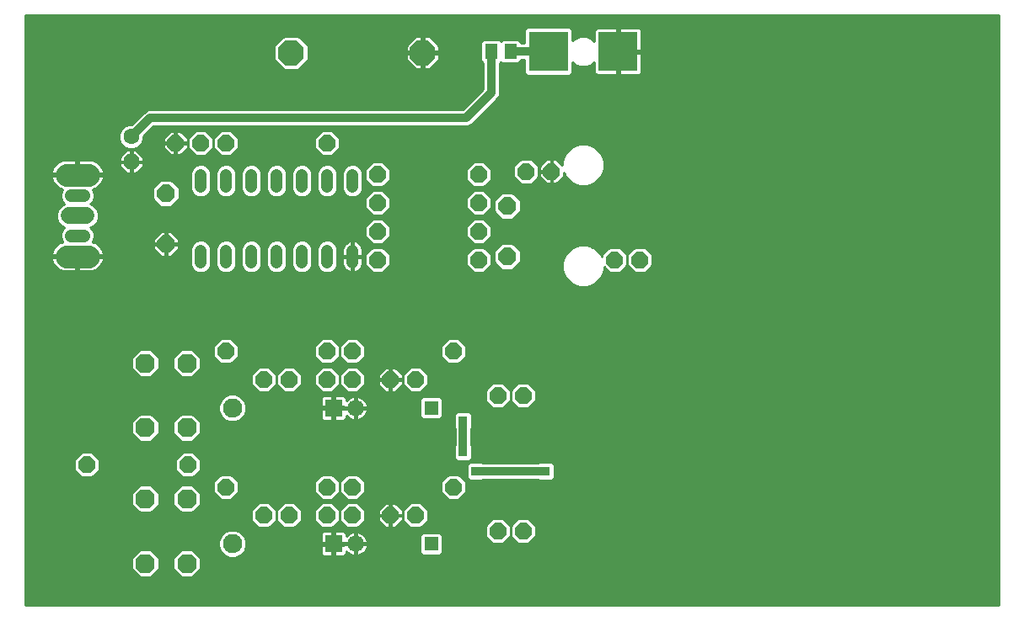
<source format=gbl>
G75*
%MOIN*%
%OFA0B0*%
%FSLAX25Y25*%
%IPPOS*%
%LPD*%
%AMOC8*
5,1,8,0,0,1.08239X$1,22.5*
%
%ADD10OC8,0.07600*%
%ADD11C,0.04800*%
%ADD12OC8,0.06600*%
%ADD13OC8,0.07000*%
%ADD14C,0.07600*%
%ADD15R,0.07000X0.07000*%
%ADD16R,0.05600X0.05600*%
%ADD17C,0.06600*%
%ADD18R,0.05118X0.05906*%
%ADD19OC8,0.06300*%
%ADD20C,0.06300*%
%ADD21OC8,0.10000*%
%ADD22R,0.15748X0.15748*%
%ADD23C,0.05000*%
%ADD24C,0.06600*%
%ADD25C,0.08858*%
%ADD26C,0.01000*%
%ADD27R,0.03762X0.03762*%
%ADD28C,0.03200*%
D10*
X0051050Y0019950D03*
X0067450Y0019950D03*
X0067450Y0045550D03*
X0051050Y0045550D03*
X0051050Y0073700D03*
X0067450Y0073700D03*
X0067450Y0099300D03*
X0051050Y0099300D03*
D11*
X0073000Y0139100D02*
X0073000Y0143900D01*
X0083000Y0143900D02*
X0083000Y0139100D01*
X0093000Y0139100D02*
X0093000Y0143900D01*
X0103000Y0143900D02*
X0103000Y0139100D01*
X0113000Y0139100D02*
X0113000Y0143900D01*
X0123000Y0143900D02*
X0123000Y0139100D01*
X0133000Y0139100D02*
X0133000Y0143900D01*
X0133000Y0169100D02*
X0133000Y0173900D01*
X0123000Y0173900D02*
X0123000Y0169100D01*
X0113000Y0169100D02*
X0113000Y0173900D01*
X0103000Y0173900D02*
X0103000Y0169100D01*
X0093000Y0169100D02*
X0093000Y0173900D01*
X0083000Y0173900D02*
X0083000Y0169100D01*
X0073000Y0169100D02*
X0073000Y0173900D01*
D12*
X0073000Y0186500D03*
X0083000Y0186500D03*
X0063000Y0186500D03*
X0123000Y0186500D03*
X0143000Y0174000D03*
X0143000Y0162750D03*
X0143000Y0151500D03*
X0143000Y0140250D03*
X0183000Y0140250D03*
X0183000Y0151500D03*
X0183000Y0162750D03*
X0183000Y0174000D03*
X0201750Y0175250D03*
X0211750Y0175250D03*
X0236750Y0140250D03*
X0246750Y0140250D03*
X0173000Y0104000D03*
X0158000Y0092750D03*
X0148000Y0092750D03*
X0133000Y0092750D03*
X0123000Y0092750D03*
X0123000Y0104000D03*
X0133000Y0104000D03*
X0108000Y0092750D03*
X0098000Y0092750D03*
X0083000Y0104000D03*
X0068000Y0059000D03*
X0083000Y0050250D03*
X0098000Y0039000D03*
X0108000Y0039000D03*
X0123000Y0039000D03*
X0133000Y0039000D03*
X0148000Y0039000D03*
X0158000Y0039000D03*
X0173000Y0050250D03*
X0190500Y0032750D03*
X0200500Y0032750D03*
X0133000Y0050250D03*
X0123000Y0050250D03*
X0190500Y0086500D03*
X0200500Y0086500D03*
X0028000Y0059000D03*
D13*
X0059250Y0146500D03*
X0059250Y0166500D03*
X0194250Y0161500D03*
X0194250Y0141500D03*
D14*
X0085500Y0081500D03*
X0085500Y0027750D03*
D15*
X0125500Y0027750D03*
X0125500Y0081500D03*
D16*
X0164250Y0081500D03*
X0164250Y0027750D03*
D17*
X0134250Y0027750D03*
X0134250Y0081500D03*
D18*
X0188010Y0222750D03*
X0195490Y0222750D03*
D19*
X0045500Y0179000D03*
D20*
X0045500Y0189000D03*
D21*
X0108750Y0222250D03*
X0160750Y0222250D03*
D22*
X0210470Y0222750D03*
X0238030Y0222750D03*
D23*
X0026750Y0165650D02*
X0021750Y0165650D01*
X0021750Y0149850D02*
X0026750Y0149850D01*
D24*
X0027550Y0157750D02*
X0020950Y0157750D01*
D25*
X0019821Y0173900D02*
X0028679Y0173900D01*
X0028679Y0141600D02*
X0019821Y0141600D01*
D26*
X0003750Y0237000D02*
X0003750Y0003500D01*
X0388500Y0003500D01*
X0388500Y0237000D01*
X0003750Y0237000D01*
X0003750Y0236150D02*
X0388500Y0236150D01*
X0388500Y0235152D02*
X0003750Y0235152D01*
X0003750Y0234153D02*
X0388500Y0234153D01*
X0388500Y0233155D02*
X0003750Y0233155D01*
X0003750Y0232156D02*
X0201724Y0232156D01*
X0201892Y0232324D02*
X0200896Y0231328D01*
X0200896Y0226050D01*
X0199749Y0226050D01*
X0199749Y0226407D01*
X0198753Y0227403D01*
X0192227Y0227403D01*
X0191750Y0226926D01*
X0191273Y0227403D01*
X0184747Y0227403D01*
X0183751Y0226407D01*
X0183751Y0219093D01*
X0184710Y0218134D01*
X0184710Y0207877D01*
X0176633Y0199800D01*
X0052344Y0199800D01*
X0051131Y0199298D01*
X0045683Y0193850D01*
X0044535Y0193850D01*
X0042753Y0193112D01*
X0041388Y0191747D01*
X0040650Y0189965D01*
X0040650Y0188035D01*
X0041388Y0186253D01*
X0042753Y0184888D01*
X0044535Y0184150D01*
X0046465Y0184150D01*
X0048247Y0184888D01*
X0049612Y0186253D01*
X0050350Y0188035D01*
X0050350Y0189183D01*
X0054367Y0193200D01*
X0178656Y0193200D01*
X0179869Y0193702D01*
X0180798Y0194631D01*
X0190807Y0204641D01*
X0191310Y0205853D01*
X0191310Y0218134D01*
X0191750Y0218574D01*
X0192227Y0218097D01*
X0198753Y0218097D01*
X0199749Y0219093D01*
X0199749Y0219450D01*
X0200896Y0219450D01*
X0200896Y0214172D01*
X0201892Y0213176D01*
X0219049Y0213176D01*
X0220044Y0214172D01*
X0220044Y0218343D01*
X0220800Y0217587D01*
X0223039Y0216660D01*
X0225461Y0216660D01*
X0227700Y0217587D01*
X0228656Y0218543D01*
X0228656Y0214678D01*
X0228758Y0214297D01*
X0228955Y0213955D01*
X0229234Y0213676D01*
X0229577Y0213478D01*
X0229958Y0213376D01*
X0237530Y0213376D01*
X0237530Y0222250D01*
X0238529Y0222250D01*
X0238529Y0213376D01*
X0246101Y0213376D01*
X0246483Y0213478D01*
X0246825Y0213676D01*
X0247104Y0213955D01*
X0247301Y0214297D01*
X0247404Y0214678D01*
X0247404Y0222250D01*
X0238530Y0222250D01*
X0238530Y0223250D01*
X0247404Y0223250D01*
X0247404Y0230821D01*
X0247301Y0231203D01*
X0247104Y0231545D01*
X0246825Y0231824D01*
X0246483Y0232022D01*
X0246101Y0232124D01*
X0238529Y0232124D01*
X0238529Y0223250D01*
X0237530Y0223250D01*
X0237530Y0232124D01*
X0229958Y0232124D01*
X0229577Y0232022D01*
X0229234Y0231824D01*
X0228955Y0231545D01*
X0228758Y0231203D01*
X0228656Y0230821D01*
X0228656Y0226957D01*
X0227700Y0227913D01*
X0225461Y0228840D01*
X0223039Y0228840D01*
X0220800Y0227913D01*
X0220044Y0227157D01*
X0220044Y0231328D01*
X0219049Y0232324D01*
X0201892Y0232324D01*
X0200896Y0231158D02*
X0003750Y0231158D01*
X0003750Y0230159D02*
X0200896Y0230159D01*
X0200896Y0229161D02*
X0003750Y0229161D01*
X0003750Y0228162D02*
X0105187Y0228162D01*
X0105975Y0228950D02*
X0102050Y0225025D01*
X0102050Y0219475D01*
X0105975Y0215550D01*
X0111525Y0215550D01*
X0115450Y0219475D01*
X0115450Y0225025D01*
X0111525Y0228950D01*
X0105975Y0228950D01*
X0104188Y0227164D02*
X0003750Y0227164D01*
X0003750Y0226165D02*
X0103190Y0226165D01*
X0102191Y0225167D02*
X0003750Y0225167D01*
X0003750Y0224168D02*
X0102050Y0224168D01*
X0102050Y0223170D02*
X0003750Y0223170D01*
X0003750Y0222171D02*
X0102050Y0222171D01*
X0102050Y0221172D02*
X0003750Y0221172D01*
X0003750Y0220174D02*
X0102050Y0220174D01*
X0102349Y0219175D02*
X0003750Y0219175D01*
X0003750Y0218177D02*
X0103348Y0218177D01*
X0104346Y0217178D02*
X0003750Y0217178D01*
X0003750Y0216180D02*
X0105345Y0216180D01*
X0112155Y0216180D02*
X0157628Y0216180D01*
X0158058Y0215750D02*
X0154250Y0219558D01*
X0154250Y0221750D01*
X0160250Y0221750D01*
X0161250Y0221750D01*
X0161250Y0222750D01*
X0167250Y0222750D01*
X0167250Y0224942D01*
X0163442Y0228750D01*
X0161250Y0228750D01*
X0161250Y0222750D01*
X0160250Y0222750D01*
X0160250Y0228750D01*
X0158058Y0228750D01*
X0154250Y0224942D01*
X0154250Y0222750D01*
X0160250Y0222750D01*
X0160250Y0221750D01*
X0160250Y0215750D01*
X0158058Y0215750D01*
X0156629Y0217178D02*
X0113154Y0217178D01*
X0114152Y0218177D02*
X0155631Y0218177D01*
X0154632Y0219175D02*
X0115151Y0219175D01*
X0115450Y0220174D02*
X0154250Y0220174D01*
X0154250Y0221172D02*
X0115450Y0221172D01*
X0115450Y0222171D02*
X0160250Y0222171D01*
X0160250Y0223170D02*
X0161250Y0223170D01*
X0161250Y0224168D02*
X0160250Y0224168D01*
X0160250Y0225167D02*
X0161250Y0225167D01*
X0161250Y0226165D02*
X0160250Y0226165D01*
X0160250Y0227164D02*
X0161250Y0227164D01*
X0161250Y0228162D02*
X0160250Y0228162D01*
X0157470Y0228162D02*
X0112313Y0228162D01*
X0113312Y0227164D02*
X0156471Y0227164D01*
X0155473Y0226165D02*
X0114310Y0226165D01*
X0115309Y0225167D02*
X0154474Y0225167D01*
X0154250Y0224168D02*
X0115450Y0224168D01*
X0115450Y0223170D02*
X0154250Y0223170D01*
X0160250Y0221172D02*
X0161250Y0221172D01*
X0161250Y0221750D02*
X0161250Y0215750D01*
X0163442Y0215750D01*
X0167250Y0219558D01*
X0167250Y0221750D01*
X0161250Y0221750D01*
X0161250Y0222171D02*
X0183751Y0222171D01*
X0183751Y0223170D02*
X0167250Y0223170D01*
X0167250Y0224168D02*
X0183751Y0224168D01*
X0183751Y0225167D02*
X0167026Y0225167D01*
X0166027Y0226165D02*
X0183751Y0226165D01*
X0184507Y0227164D02*
X0165029Y0227164D01*
X0164030Y0228162D02*
X0200896Y0228162D01*
X0200896Y0227164D02*
X0198993Y0227164D01*
X0199749Y0226165D02*
X0200896Y0226165D01*
X0191988Y0227164D02*
X0191512Y0227164D01*
X0183751Y0221172D02*
X0167250Y0221172D01*
X0167250Y0220174D02*
X0183751Y0220174D01*
X0183751Y0219175D02*
X0166868Y0219175D01*
X0165869Y0218177D02*
X0184667Y0218177D01*
X0184710Y0217178D02*
X0164871Y0217178D01*
X0163872Y0216180D02*
X0184710Y0216180D01*
X0184710Y0215181D02*
X0003750Y0215181D01*
X0003750Y0214183D02*
X0184710Y0214183D01*
X0184710Y0213184D02*
X0003750Y0213184D01*
X0003750Y0212186D02*
X0184710Y0212186D01*
X0184710Y0211187D02*
X0003750Y0211187D01*
X0003750Y0210189D02*
X0184710Y0210189D01*
X0184710Y0209190D02*
X0003750Y0209190D01*
X0003750Y0208192D02*
X0184710Y0208192D01*
X0184026Y0207193D02*
X0003750Y0207193D01*
X0003750Y0206195D02*
X0183028Y0206195D01*
X0182029Y0205196D02*
X0003750Y0205196D01*
X0003750Y0204198D02*
X0181031Y0204198D01*
X0180032Y0203199D02*
X0003750Y0203199D01*
X0003750Y0202201D02*
X0179034Y0202201D01*
X0178035Y0201202D02*
X0003750Y0201202D01*
X0003750Y0200204D02*
X0177037Y0200204D01*
X0181378Y0195211D02*
X0388500Y0195211D01*
X0388500Y0194213D02*
X0180380Y0194213D01*
X0178691Y0193214D02*
X0388500Y0193214D01*
X0388500Y0192216D02*
X0053383Y0192216D01*
X0052384Y0191217D02*
X0060929Y0191217D01*
X0061012Y0191300D02*
X0058200Y0188488D01*
X0058200Y0186800D01*
X0062700Y0186800D01*
X0062700Y0191300D01*
X0061012Y0191300D01*
X0059930Y0190219D02*
X0051386Y0190219D01*
X0050387Y0189220D02*
X0058932Y0189220D01*
X0058200Y0188222D02*
X0050350Y0188222D01*
X0050014Y0187223D02*
X0058200Y0187223D01*
X0058200Y0186200D02*
X0058200Y0184512D01*
X0061012Y0181700D01*
X0062700Y0181700D01*
X0062700Y0186200D01*
X0063300Y0186200D01*
X0063300Y0186800D01*
X0067800Y0186800D01*
X0067800Y0188488D01*
X0064988Y0191300D01*
X0063300Y0191300D01*
X0063300Y0186800D01*
X0062700Y0186800D01*
X0062700Y0186200D01*
X0058200Y0186200D01*
X0058200Y0185226D02*
X0048585Y0185226D01*
X0049584Y0186225D02*
X0062700Y0186225D01*
X0063300Y0186225D02*
X0068000Y0186225D01*
X0067800Y0186200D02*
X0063300Y0186200D01*
X0063300Y0181700D01*
X0064988Y0181700D01*
X0067800Y0184512D01*
X0067800Y0186200D01*
X0067800Y0185226D02*
X0068000Y0185226D01*
X0068000Y0184429D02*
X0070929Y0181500D01*
X0075071Y0181500D01*
X0078000Y0184429D01*
X0080929Y0181500D01*
X0085071Y0181500D01*
X0088000Y0184429D01*
X0088000Y0188571D01*
X0085071Y0191500D01*
X0080929Y0191500D01*
X0078000Y0188571D01*
X0078000Y0184429D01*
X0078000Y0188571D01*
X0075071Y0191500D01*
X0070929Y0191500D01*
X0068000Y0188571D01*
X0068000Y0184429D01*
X0068201Y0184228D02*
X0067516Y0184228D01*
X0066517Y0183229D02*
X0069200Y0183229D01*
X0070198Y0182231D02*
X0065519Y0182231D01*
X0063300Y0182231D02*
X0062700Y0182231D01*
X0062700Y0183229D02*
X0063300Y0183229D01*
X0063300Y0184228D02*
X0062700Y0184228D01*
X0062700Y0185226D02*
X0063300Y0185226D01*
X0063300Y0187223D02*
X0062700Y0187223D01*
X0062700Y0188222D02*
X0063300Y0188222D01*
X0063300Y0189220D02*
X0062700Y0189220D01*
X0062700Y0190219D02*
X0063300Y0190219D01*
X0063300Y0191217D02*
X0062700Y0191217D01*
X0065071Y0191217D02*
X0070646Y0191217D01*
X0069648Y0190219D02*
X0066070Y0190219D01*
X0067068Y0189220D02*
X0068649Y0189220D01*
X0068000Y0188222D02*
X0067800Y0188222D01*
X0067800Y0187223D02*
X0068000Y0187223D01*
X0059483Y0183229D02*
X0047847Y0183229D01*
X0047426Y0183650D02*
X0045800Y0183650D01*
X0045800Y0179300D01*
X0045200Y0179300D01*
X0045200Y0183650D01*
X0043574Y0183650D01*
X0040850Y0180926D01*
X0040850Y0179300D01*
X0045200Y0179300D01*
X0045200Y0178700D01*
X0040850Y0178700D01*
X0040850Y0177074D01*
X0043574Y0174350D01*
X0045200Y0174350D01*
X0045200Y0178700D01*
X0045800Y0178700D01*
X0045800Y0179300D01*
X0050150Y0179300D01*
X0050150Y0180926D01*
X0047426Y0183650D01*
X0046652Y0184228D02*
X0058484Y0184228D01*
X0060481Y0182231D02*
X0048846Y0182231D01*
X0049844Y0181232D02*
X0216709Y0181232D01*
X0216296Y0180234D02*
X0203838Y0180234D01*
X0203821Y0180250D02*
X0199679Y0180250D01*
X0196750Y0177321D01*
X0196750Y0173179D01*
X0199679Y0170250D01*
X0203821Y0170250D01*
X0206750Y0173179D01*
X0206750Y0177321D01*
X0203821Y0180250D01*
X0204836Y0179235D02*
X0208947Y0179235D01*
X0209762Y0180050D02*
X0206950Y0177238D01*
X0206750Y0177238D01*
X0206950Y0177238D02*
X0206950Y0175537D01*
X0211463Y0175537D01*
X0211463Y0174963D01*
X0206950Y0174963D01*
X0206950Y0173262D01*
X0209762Y0170450D01*
X0211463Y0170450D01*
X0211463Y0174963D01*
X0212037Y0174963D01*
X0212037Y0170450D01*
X0213738Y0170450D01*
X0216550Y0173262D01*
X0216550Y0174653D01*
X0217214Y0173049D01*
X0219549Y0170714D01*
X0222599Y0169451D01*
X0225901Y0169451D01*
X0228951Y0170714D01*
X0231286Y0173049D01*
X0232549Y0176099D01*
X0232549Y0179401D01*
X0231286Y0182451D01*
X0228951Y0184786D01*
X0225901Y0186049D01*
X0222599Y0186049D01*
X0219549Y0184786D01*
X0217214Y0182451D01*
X0215951Y0179401D01*
X0215951Y0177837D01*
X0213738Y0180050D01*
X0212037Y0180050D01*
X0212037Y0175537D01*
X0211463Y0175537D01*
X0211463Y0180050D01*
X0209762Y0180050D01*
X0211463Y0179235D02*
X0212037Y0179235D01*
X0212037Y0178237D02*
X0211463Y0178237D01*
X0211463Y0177238D02*
X0212037Y0177238D01*
X0212037Y0176239D02*
X0211463Y0176239D01*
X0211463Y0175241D02*
X0206750Y0175241D01*
X0206750Y0176239D02*
X0206950Y0176239D01*
X0206950Y0174242D02*
X0206750Y0174242D01*
X0206750Y0173244D02*
X0206968Y0173244D01*
X0207966Y0172245D02*
X0205816Y0172245D01*
X0204818Y0171247D02*
X0208965Y0171247D01*
X0211463Y0171247D02*
X0212037Y0171247D01*
X0212037Y0172245D02*
X0211463Y0172245D01*
X0211463Y0173244D02*
X0212037Y0173244D01*
X0212037Y0174242D02*
X0211463Y0174242D01*
X0214535Y0171247D02*
X0219016Y0171247D01*
X0218018Y0172245D02*
X0215534Y0172245D01*
X0216532Y0173244D02*
X0217133Y0173244D01*
X0216720Y0174242D02*
X0216550Y0174242D01*
X0220674Y0170248D02*
X0186319Y0170248D01*
X0185321Y0169250D02*
X0388500Y0169250D01*
X0388500Y0170248D02*
X0227826Y0170248D01*
X0229484Y0171247D02*
X0388500Y0171247D01*
X0388500Y0172245D02*
X0230482Y0172245D01*
X0231367Y0173244D02*
X0388500Y0173244D01*
X0388500Y0174242D02*
X0231780Y0174242D01*
X0232194Y0175241D02*
X0388500Y0175241D01*
X0388500Y0176239D02*
X0232549Y0176239D01*
X0232549Y0177238D02*
X0388500Y0177238D01*
X0388500Y0178237D02*
X0232549Y0178237D01*
X0232549Y0179235D02*
X0388500Y0179235D01*
X0388500Y0180234D02*
X0232204Y0180234D01*
X0231791Y0181232D02*
X0388500Y0181232D01*
X0388500Y0182231D02*
X0231377Y0182231D01*
X0230508Y0183229D02*
X0388500Y0183229D01*
X0388500Y0184228D02*
X0229509Y0184228D01*
X0227888Y0185226D02*
X0388500Y0185226D01*
X0388500Y0186225D02*
X0128000Y0186225D01*
X0128000Y0187223D02*
X0388500Y0187223D01*
X0388500Y0188222D02*
X0128000Y0188222D01*
X0128000Y0188571D02*
X0125071Y0191500D01*
X0120929Y0191500D01*
X0118000Y0188571D01*
X0118000Y0184429D01*
X0120929Y0181500D01*
X0125071Y0181500D01*
X0128000Y0184429D01*
X0128000Y0188571D01*
X0127351Y0189220D02*
X0388500Y0189220D01*
X0388500Y0190219D02*
X0126352Y0190219D01*
X0125354Y0191217D02*
X0388500Y0191217D01*
X0388500Y0196210D02*
X0182377Y0196210D01*
X0183375Y0197208D02*
X0388500Y0197208D01*
X0388500Y0198207D02*
X0184374Y0198207D01*
X0185372Y0199205D02*
X0388500Y0199205D01*
X0388500Y0200204D02*
X0186371Y0200204D01*
X0187369Y0201202D02*
X0388500Y0201202D01*
X0388500Y0202201D02*
X0188368Y0202201D01*
X0189366Y0203199D02*
X0388500Y0203199D01*
X0388500Y0204198D02*
X0190365Y0204198D01*
X0191038Y0205196D02*
X0388500Y0205196D01*
X0388500Y0206195D02*
X0191310Y0206195D01*
X0191310Y0207193D02*
X0388500Y0207193D01*
X0388500Y0208192D02*
X0191310Y0208192D01*
X0191310Y0209190D02*
X0388500Y0209190D01*
X0388500Y0210189D02*
X0191310Y0210189D01*
X0191310Y0211187D02*
X0388500Y0211187D01*
X0388500Y0212186D02*
X0191310Y0212186D01*
X0191310Y0213184D02*
X0201884Y0213184D01*
X0200896Y0214183D02*
X0191310Y0214183D01*
X0191310Y0215181D02*
X0200896Y0215181D01*
X0200896Y0216180D02*
X0191310Y0216180D01*
X0191310Y0217178D02*
X0200896Y0217178D01*
X0200896Y0218177D02*
X0198833Y0218177D01*
X0199749Y0219175D02*
X0200896Y0219175D01*
X0192147Y0218177D02*
X0191353Y0218177D01*
X0219057Y0213184D02*
X0388500Y0213184D01*
X0388500Y0214183D02*
X0247235Y0214183D01*
X0247404Y0215181D02*
X0388500Y0215181D01*
X0388500Y0216180D02*
X0247404Y0216180D01*
X0247404Y0217178D02*
X0388500Y0217178D01*
X0388500Y0218177D02*
X0247404Y0218177D01*
X0247404Y0219175D02*
X0388500Y0219175D01*
X0388500Y0220174D02*
X0247404Y0220174D01*
X0247404Y0221172D02*
X0388500Y0221172D01*
X0388500Y0222171D02*
X0247404Y0222171D01*
X0247404Y0224168D02*
X0388500Y0224168D01*
X0388500Y0223170D02*
X0238530Y0223170D01*
X0238529Y0224168D02*
X0237530Y0224168D01*
X0237530Y0225167D02*
X0238529Y0225167D01*
X0238529Y0226165D02*
X0237530Y0226165D01*
X0237530Y0227164D02*
X0238529Y0227164D01*
X0238529Y0228162D02*
X0237530Y0228162D01*
X0237530Y0229161D02*
X0238529Y0229161D01*
X0238529Y0230159D02*
X0237530Y0230159D01*
X0237530Y0231158D02*
X0238529Y0231158D01*
X0247313Y0231158D02*
X0388500Y0231158D01*
X0388500Y0232156D02*
X0219217Y0232156D01*
X0220044Y0231158D02*
X0228746Y0231158D01*
X0228656Y0230159D02*
X0220044Y0230159D01*
X0220044Y0229161D02*
X0228656Y0229161D01*
X0228656Y0228162D02*
X0227098Y0228162D01*
X0228449Y0227164D02*
X0228656Y0227164D01*
X0221402Y0228162D02*
X0220044Y0228162D01*
X0220044Y0227164D02*
X0220051Y0227164D01*
X0220044Y0218177D02*
X0220210Y0218177D01*
X0220044Y0217178D02*
X0221787Y0217178D01*
X0220044Y0216180D02*
X0228656Y0216180D01*
X0228656Y0217178D02*
X0226713Y0217178D01*
X0228290Y0218177D02*
X0228656Y0218177D01*
X0228656Y0215181D02*
X0220044Y0215181D01*
X0220044Y0214183D02*
X0228824Y0214183D01*
X0237530Y0214183D02*
X0238529Y0214183D01*
X0238529Y0215181D02*
X0237530Y0215181D01*
X0237530Y0216180D02*
X0238529Y0216180D01*
X0238529Y0217178D02*
X0237530Y0217178D01*
X0237530Y0218177D02*
X0238529Y0218177D01*
X0238529Y0219175D02*
X0237530Y0219175D01*
X0237530Y0220174D02*
X0238529Y0220174D01*
X0238529Y0221172D02*
X0237530Y0221172D01*
X0237530Y0222171D02*
X0238529Y0222171D01*
X0247404Y0225167D02*
X0388500Y0225167D01*
X0388500Y0226165D02*
X0247404Y0226165D01*
X0247404Y0227164D02*
X0388500Y0227164D01*
X0388500Y0228162D02*
X0247404Y0228162D01*
X0247404Y0229161D02*
X0388500Y0229161D01*
X0388500Y0230159D02*
X0247404Y0230159D01*
X0220612Y0185226D02*
X0128000Y0185226D01*
X0127799Y0184228D02*
X0218991Y0184228D01*
X0217992Y0183229D02*
X0126800Y0183229D01*
X0125802Y0182231D02*
X0217123Y0182231D01*
X0215951Y0179235D02*
X0214553Y0179235D01*
X0215552Y0178237D02*
X0215951Y0178237D01*
X0207948Y0178237D02*
X0205835Y0178237D01*
X0199662Y0180234D02*
X0050150Y0180234D01*
X0050150Y0178700D02*
X0045800Y0178700D01*
X0045800Y0174350D01*
X0047426Y0174350D01*
X0050150Y0177074D01*
X0050150Y0178700D01*
X0050150Y0178237D02*
X0140165Y0178237D01*
X0140929Y0179000D02*
X0138000Y0176071D01*
X0138000Y0171929D01*
X0140929Y0169000D01*
X0145071Y0169000D01*
X0148000Y0171929D01*
X0148000Y0176071D01*
X0145071Y0179000D01*
X0140929Y0179000D01*
X0139167Y0177238D02*
X0135460Y0177238D01*
X0135322Y0177376D02*
X0133816Y0178000D01*
X0132184Y0178000D01*
X0130678Y0177376D01*
X0129524Y0176222D01*
X0128900Y0174716D01*
X0128900Y0168284D01*
X0129524Y0166778D01*
X0130678Y0165624D01*
X0132184Y0165000D01*
X0133816Y0165000D01*
X0135322Y0165624D01*
X0136476Y0166778D01*
X0137100Y0168284D01*
X0137100Y0174716D01*
X0136476Y0176222D01*
X0135322Y0177376D01*
X0136459Y0176239D02*
X0138168Y0176239D01*
X0138000Y0175241D02*
X0136882Y0175241D01*
X0137100Y0174242D02*
X0138000Y0174242D01*
X0138000Y0173244D02*
X0137100Y0173244D01*
X0137100Y0172245D02*
X0138000Y0172245D01*
X0138682Y0171247D02*
X0137100Y0171247D01*
X0137100Y0170248D02*
X0139681Y0170248D01*
X0140679Y0169250D02*
X0137100Y0169250D01*
X0137086Y0168251D02*
X0388500Y0168251D01*
X0388500Y0167253D02*
X0185568Y0167253D01*
X0185071Y0167750D02*
X0180929Y0167750D01*
X0178000Y0164821D01*
X0178000Y0160679D01*
X0180929Y0157750D01*
X0185071Y0157750D01*
X0188000Y0160679D01*
X0188000Y0164821D01*
X0185071Y0167750D01*
X0185071Y0169000D02*
X0188000Y0171929D01*
X0188000Y0176071D01*
X0185071Y0179000D01*
X0180929Y0179000D01*
X0178000Y0176071D01*
X0178000Y0171929D01*
X0180929Y0169000D01*
X0185071Y0169000D01*
X0186567Y0166254D02*
X0191650Y0166254D01*
X0192096Y0166700D02*
X0189050Y0163654D01*
X0189050Y0159346D01*
X0192096Y0156300D01*
X0196404Y0156300D01*
X0199450Y0159346D01*
X0199450Y0163654D01*
X0196404Y0166700D01*
X0192096Y0166700D01*
X0190652Y0165256D02*
X0187565Y0165256D01*
X0188000Y0164257D02*
X0189653Y0164257D01*
X0189050Y0163259D02*
X0188000Y0163259D01*
X0188000Y0162260D02*
X0189050Y0162260D01*
X0189050Y0161262D02*
X0188000Y0161262D01*
X0187584Y0160263D02*
X0189050Y0160263D01*
X0189131Y0159265D02*
X0186586Y0159265D01*
X0185587Y0158266D02*
X0190130Y0158266D01*
X0191128Y0157268D02*
X0032550Y0157268D01*
X0032550Y0156755D02*
X0032550Y0158745D01*
X0031789Y0160582D01*
X0030382Y0161989D01*
X0029425Y0162385D01*
X0030311Y0163271D01*
X0030950Y0164815D01*
X0030950Y0166485D01*
X0030311Y0168029D01*
X0030185Y0168155D01*
X0030955Y0168405D01*
X0031787Y0168829D01*
X0032542Y0169378D01*
X0033202Y0170037D01*
X0033750Y0170792D01*
X0034174Y0171624D01*
X0034462Y0172512D01*
X0034603Y0173400D01*
X0024750Y0173400D01*
X0024750Y0174400D01*
X0023750Y0174400D01*
X0023750Y0179829D01*
X0019354Y0179829D01*
X0018432Y0179683D01*
X0017545Y0179395D01*
X0016713Y0178971D01*
X0015958Y0178422D01*
X0015298Y0177763D01*
X0014750Y0177008D01*
X0014326Y0176176D01*
X0014038Y0175288D01*
X0013897Y0174400D01*
X0023750Y0174400D01*
X0023750Y0173400D01*
X0013897Y0173400D01*
X0014038Y0172512D01*
X0014326Y0171624D01*
X0014750Y0170792D01*
X0015298Y0170037D01*
X0015958Y0169378D01*
X0016713Y0168829D01*
X0017545Y0168405D01*
X0018315Y0168155D01*
X0018189Y0168029D01*
X0017550Y0166485D01*
X0017550Y0164815D01*
X0018189Y0163271D01*
X0019075Y0162385D01*
X0018118Y0161989D01*
X0016711Y0160582D01*
X0015950Y0158745D01*
X0015950Y0156755D01*
X0016711Y0154918D01*
X0018118Y0153511D01*
X0019075Y0153115D01*
X0018189Y0152229D01*
X0017550Y0150685D01*
X0017550Y0149015D01*
X0018189Y0147471D01*
X0018315Y0147345D01*
X0017545Y0147095D01*
X0016713Y0146671D01*
X0015958Y0146122D01*
X0015298Y0145463D01*
X0014750Y0144708D01*
X0014326Y0143876D01*
X0014038Y0142988D01*
X0013897Y0142100D01*
X0023750Y0142100D01*
X0023750Y0141100D01*
X0024750Y0141100D01*
X0024750Y0142100D01*
X0034603Y0142100D01*
X0034462Y0142988D01*
X0034174Y0143876D01*
X0033750Y0144708D01*
X0033202Y0145463D01*
X0032542Y0146122D01*
X0031787Y0146671D01*
X0030955Y0147095D01*
X0030185Y0147345D01*
X0030311Y0147471D01*
X0030950Y0149015D01*
X0030950Y0150685D01*
X0030311Y0152229D01*
X0029425Y0153115D01*
X0030382Y0153511D01*
X0031789Y0154918D01*
X0032550Y0156755D01*
X0032349Y0156269D02*
X0140698Y0156269D01*
X0140929Y0156500D02*
X0138000Y0153571D01*
X0138000Y0149429D01*
X0140929Y0146500D01*
X0145071Y0146500D01*
X0148000Y0149429D01*
X0148000Y0153571D01*
X0145071Y0156500D01*
X0140929Y0156500D01*
X0140929Y0157750D02*
X0145071Y0157750D01*
X0148000Y0160679D01*
X0148000Y0164821D01*
X0145071Y0167750D01*
X0140929Y0167750D01*
X0138000Y0164821D01*
X0138000Y0160679D01*
X0140929Y0157750D01*
X0140413Y0158266D02*
X0032550Y0158266D01*
X0032335Y0159265D02*
X0139414Y0159265D01*
X0138416Y0160263D02*
X0031921Y0160263D01*
X0031109Y0161262D02*
X0138000Y0161262D01*
X0138000Y0162260D02*
X0062364Y0162260D01*
X0061404Y0161300D02*
X0064450Y0164346D01*
X0064450Y0168654D01*
X0061404Y0171700D01*
X0057096Y0171700D01*
X0054050Y0168654D01*
X0054050Y0164346D01*
X0057096Y0161300D01*
X0061404Y0161300D01*
X0063363Y0163259D02*
X0138000Y0163259D01*
X0138000Y0164257D02*
X0064361Y0164257D01*
X0064450Y0165256D02*
X0071567Y0165256D01*
X0072184Y0165000D02*
X0070678Y0165624D01*
X0069524Y0166778D01*
X0068900Y0168284D01*
X0068900Y0174716D01*
X0069524Y0176222D01*
X0070678Y0177376D01*
X0072184Y0178000D01*
X0073816Y0178000D01*
X0075322Y0177376D01*
X0076476Y0176222D01*
X0077100Y0174716D01*
X0077100Y0168284D01*
X0076476Y0166778D01*
X0075322Y0165624D01*
X0073816Y0165000D01*
X0072184Y0165000D01*
X0074433Y0165256D02*
X0081567Y0165256D01*
X0082184Y0165000D02*
X0080678Y0165624D01*
X0079524Y0166778D01*
X0078900Y0168284D01*
X0078900Y0174716D01*
X0079524Y0176222D01*
X0080678Y0177376D01*
X0082184Y0178000D01*
X0083816Y0178000D01*
X0085322Y0177376D01*
X0086476Y0176222D01*
X0087100Y0174716D01*
X0087100Y0168284D01*
X0086476Y0166778D01*
X0085322Y0165624D01*
X0083816Y0165000D01*
X0082184Y0165000D01*
X0084433Y0165256D02*
X0091567Y0165256D01*
X0092184Y0165000D02*
X0093816Y0165000D01*
X0095322Y0165624D01*
X0096476Y0166778D01*
X0097100Y0168284D01*
X0097100Y0174716D01*
X0096476Y0176222D01*
X0095322Y0177376D01*
X0093816Y0178000D01*
X0092184Y0178000D01*
X0090678Y0177376D01*
X0089524Y0176222D01*
X0088900Y0174716D01*
X0088900Y0168284D01*
X0089524Y0166778D01*
X0090678Y0165624D01*
X0092184Y0165000D01*
X0094433Y0165256D02*
X0101567Y0165256D01*
X0102184Y0165000D02*
X0100678Y0165624D01*
X0099524Y0166778D01*
X0098900Y0168284D01*
X0098900Y0174716D01*
X0099524Y0176222D01*
X0100678Y0177376D01*
X0102184Y0178000D01*
X0103816Y0178000D01*
X0105322Y0177376D01*
X0106476Y0176222D01*
X0107100Y0174716D01*
X0107100Y0168284D01*
X0106476Y0166778D01*
X0105322Y0165624D01*
X0103816Y0165000D01*
X0102184Y0165000D01*
X0104433Y0165256D02*
X0111567Y0165256D01*
X0112184Y0165000D02*
X0110678Y0165624D01*
X0109524Y0166778D01*
X0108900Y0168284D01*
X0108900Y0174716D01*
X0109524Y0176222D01*
X0110678Y0177376D01*
X0112184Y0178000D01*
X0113816Y0178000D01*
X0115322Y0177376D01*
X0116476Y0176222D01*
X0117100Y0174716D01*
X0117100Y0168284D01*
X0116476Y0166778D01*
X0115322Y0165624D01*
X0113816Y0165000D01*
X0112184Y0165000D01*
X0114433Y0165256D02*
X0121567Y0165256D01*
X0122184Y0165000D02*
X0120678Y0165624D01*
X0119524Y0166778D01*
X0118900Y0168284D01*
X0118900Y0174716D01*
X0119524Y0176222D01*
X0120678Y0177376D01*
X0122184Y0178000D01*
X0123816Y0178000D01*
X0125322Y0177376D01*
X0126476Y0176222D01*
X0127100Y0174716D01*
X0127100Y0168284D01*
X0126476Y0166778D01*
X0125322Y0165624D01*
X0123816Y0165000D01*
X0122184Y0165000D01*
X0124433Y0165256D02*
X0131567Y0165256D01*
X0130047Y0166254D02*
X0125953Y0166254D01*
X0126673Y0167253D02*
X0129327Y0167253D01*
X0128914Y0168251D02*
X0127086Y0168251D01*
X0127100Y0169250D02*
X0128900Y0169250D01*
X0128900Y0170248D02*
X0127100Y0170248D01*
X0127100Y0171247D02*
X0128900Y0171247D01*
X0128900Y0172245D02*
X0127100Y0172245D01*
X0127100Y0173244D02*
X0128900Y0173244D01*
X0128900Y0174242D02*
X0127100Y0174242D01*
X0126882Y0175241D02*
X0129118Y0175241D01*
X0129541Y0176239D02*
X0126459Y0176239D01*
X0125460Y0177238D02*
X0130540Y0177238D01*
X0120540Y0177238D02*
X0115460Y0177238D01*
X0116459Y0176239D02*
X0119541Y0176239D01*
X0119118Y0175241D02*
X0116882Y0175241D01*
X0117100Y0174242D02*
X0118900Y0174242D01*
X0118900Y0173244D02*
X0117100Y0173244D01*
X0117100Y0172245D02*
X0118900Y0172245D01*
X0118900Y0171247D02*
X0117100Y0171247D01*
X0117100Y0170248D02*
X0118900Y0170248D01*
X0118900Y0169250D02*
X0117100Y0169250D01*
X0117086Y0168251D02*
X0118914Y0168251D01*
X0119327Y0167253D02*
X0116673Y0167253D01*
X0115953Y0166254D02*
X0120047Y0166254D01*
X0110047Y0166254D02*
X0105953Y0166254D01*
X0106673Y0167253D02*
X0109327Y0167253D01*
X0108914Y0168251D02*
X0107086Y0168251D01*
X0107100Y0169250D02*
X0108900Y0169250D01*
X0108900Y0170248D02*
X0107100Y0170248D01*
X0107100Y0171247D02*
X0108900Y0171247D01*
X0108900Y0172245D02*
X0107100Y0172245D01*
X0107100Y0173244D02*
X0108900Y0173244D01*
X0108900Y0174242D02*
X0107100Y0174242D01*
X0106882Y0175241D02*
X0109118Y0175241D01*
X0109541Y0176239D02*
X0106459Y0176239D01*
X0105460Y0177238D02*
X0110540Y0177238D01*
X0100540Y0177238D02*
X0095460Y0177238D01*
X0096459Y0176239D02*
X0099541Y0176239D01*
X0099118Y0175241D02*
X0096882Y0175241D01*
X0097100Y0174242D02*
X0098900Y0174242D01*
X0098900Y0173244D02*
X0097100Y0173244D01*
X0097100Y0172245D02*
X0098900Y0172245D01*
X0098900Y0171247D02*
X0097100Y0171247D01*
X0097100Y0170248D02*
X0098900Y0170248D01*
X0098900Y0169250D02*
X0097100Y0169250D01*
X0097086Y0168251D02*
X0098914Y0168251D01*
X0099327Y0167253D02*
X0096673Y0167253D01*
X0095953Y0166254D02*
X0100047Y0166254D01*
X0090047Y0166254D02*
X0085953Y0166254D01*
X0086673Y0167253D02*
X0089327Y0167253D01*
X0088914Y0168251D02*
X0087086Y0168251D01*
X0087100Y0169250D02*
X0088900Y0169250D01*
X0088900Y0170248D02*
X0087100Y0170248D01*
X0087100Y0171247D02*
X0088900Y0171247D01*
X0088900Y0172245D02*
X0087100Y0172245D01*
X0087100Y0173244D02*
X0088900Y0173244D01*
X0088900Y0174242D02*
X0087100Y0174242D01*
X0086882Y0175241D02*
X0089118Y0175241D01*
X0089541Y0176239D02*
X0086459Y0176239D01*
X0085460Y0177238D02*
X0090540Y0177238D01*
X0085802Y0182231D02*
X0120198Y0182231D01*
X0119200Y0183229D02*
X0086800Y0183229D01*
X0087799Y0184228D02*
X0118201Y0184228D01*
X0118000Y0185226D02*
X0088000Y0185226D01*
X0088000Y0186225D02*
X0118000Y0186225D01*
X0118000Y0187223D02*
X0088000Y0187223D01*
X0088000Y0188222D02*
X0118000Y0188222D01*
X0118649Y0189220D02*
X0087351Y0189220D01*
X0086352Y0190219D02*
X0119648Y0190219D01*
X0120646Y0191217D02*
X0085354Y0191217D01*
X0080646Y0191217D02*
X0075354Y0191217D01*
X0076352Y0190219D02*
X0079648Y0190219D01*
X0078649Y0189220D02*
X0077351Y0189220D01*
X0078000Y0188222D02*
X0078000Y0188222D01*
X0078000Y0187223D02*
X0078000Y0187223D01*
X0078000Y0186225D02*
X0078000Y0186225D01*
X0078000Y0185226D02*
X0078000Y0185226D01*
X0077799Y0184228D02*
X0078201Y0184228D01*
X0079200Y0183229D02*
X0076800Y0183229D01*
X0075802Y0182231D02*
X0080198Y0182231D01*
X0080540Y0177238D02*
X0075460Y0177238D01*
X0076459Y0176239D02*
X0079541Y0176239D01*
X0079118Y0175241D02*
X0076882Y0175241D01*
X0077100Y0174242D02*
X0078900Y0174242D01*
X0078900Y0173244D02*
X0077100Y0173244D01*
X0077100Y0172245D02*
X0078900Y0172245D01*
X0078900Y0171247D02*
X0077100Y0171247D01*
X0077100Y0170248D02*
X0078900Y0170248D01*
X0078900Y0169250D02*
X0077100Y0169250D01*
X0077086Y0168251D02*
X0078914Y0168251D01*
X0079327Y0167253D02*
X0076673Y0167253D01*
X0075953Y0166254D02*
X0080047Y0166254D01*
X0070047Y0166254D02*
X0064450Y0166254D01*
X0064450Y0167253D02*
X0069327Y0167253D01*
X0068914Y0168251D02*
X0064450Y0168251D01*
X0063854Y0169250D02*
X0068900Y0169250D01*
X0068900Y0170248D02*
X0062855Y0170248D01*
X0061857Y0171247D02*
X0068900Y0171247D01*
X0068900Y0172245D02*
X0034376Y0172245D01*
X0034578Y0173244D02*
X0068900Y0173244D01*
X0068900Y0174242D02*
X0024750Y0174242D01*
X0024750Y0174400D02*
X0034603Y0174400D01*
X0034462Y0175288D01*
X0034174Y0176176D01*
X0033750Y0177008D01*
X0033202Y0177763D01*
X0032542Y0178422D01*
X0031787Y0178971D01*
X0030955Y0179395D01*
X0030068Y0179683D01*
X0029146Y0179829D01*
X0024750Y0179829D01*
X0024750Y0174400D01*
X0024750Y0175241D02*
X0023750Y0175241D01*
X0023750Y0176239D02*
X0024750Y0176239D01*
X0024750Y0177238D02*
X0023750Y0177238D01*
X0023750Y0178237D02*
X0024750Y0178237D01*
X0024750Y0179235D02*
X0023750Y0179235D01*
X0031269Y0179235D02*
X0045200Y0179235D01*
X0045800Y0179235D02*
X0198664Y0179235D01*
X0197665Y0178237D02*
X0185835Y0178237D01*
X0186833Y0177238D02*
X0196750Y0177238D01*
X0196750Y0176239D02*
X0187832Y0176239D01*
X0188000Y0175241D02*
X0196750Y0175241D01*
X0196750Y0174242D02*
X0188000Y0174242D01*
X0188000Y0173244D02*
X0196750Y0173244D01*
X0197684Y0172245D02*
X0188000Y0172245D01*
X0187318Y0171247D02*
X0198682Y0171247D01*
X0196850Y0166254D02*
X0388500Y0166254D01*
X0388500Y0165256D02*
X0197848Y0165256D01*
X0198847Y0164257D02*
X0388500Y0164257D01*
X0388500Y0163259D02*
X0199450Y0163259D01*
X0199450Y0162260D02*
X0388500Y0162260D01*
X0388500Y0161262D02*
X0199450Y0161262D01*
X0199450Y0160263D02*
X0388500Y0160263D01*
X0388500Y0159265D02*
X0199369Y0159265D01*
X0198370Y0158266D02*
X0388500Y0158266D01*
X0388500Y0157268D02*
X0197372Y0157268D01*
X0188000Y0153571D02*
X0185071Y0156500D01*
X0180929Y0156500D01*
X0178000Y0153571D01*
X0178000Y0149429D01*
X0180929Y0146500D01*
X0185071Y0146500D01*
X0188000Y0149429D01*
X0188000Y0153571D01*
X0188000Y0153274D02*
X0388500Y0153274D01*
X0388500Y0154272D02*
X0187299Y0154272D01*
X0186300Y0155271D02*
X0388500Y0155271D01*
X0388500Y0156269D02*
X0185302Y0156269D01*
X0180698Y0156269D02*
X0145302Y0156269D01*
X0146300Y0155271D02*
X0179700Y0155271D01*
X0178701Y0154272D02*
X0147299Y0154272D01*
X0148000Y0153274D02*
X0178000Y0153274D01*
X0178000Y0152275D02*
X0148000Y0152275D01*
X0148000Y0151277D02*
X0178000Y0151277D01*
X0178000Y0150278D02*
X0148000Y0150278D01*
X0147851Y0149280D02*
X0178149Y0149280D01*
X0179148Y0148281D02*
X0146852Y0148281D01*
X0145854Y0147283D02*
X0180146Y0147283D01*
X0180929Y0145250D02*
X0178000Y0142321D01*
X0178000Y0138179D01*
X0180929Y0135250D01*
X0185071Y0135250D01*
X0188000Y0138179D01*
X0188000Y0142321D01*
X0185071Y0145250D01*
X0180929Y0145250D01*
X0179966Y0144287D02*
X0146034Y0144287D01*
X0145071Y0145250D02*
X0148000Y0142321D01*
X0148000Y0138179D01*
X0145071Y0135250D01*
X0140929Y0135250D01*
X0138000Y0138179D01*
X0138000Y0142321D01*
X0140929Y0145250D01*
X0145071Y0145250D01*
X0147032Y0143289D02*
X0178968Y0143289D01*
X0178000Y0142290D02*
X0148000Y0142290D01*
X0148000Y0141292D02*
X0178000Y0141292D01*
X0178000Y0140293D02*
X0148000Y0140293D01*
X0148000Y0139295D02*
X0178000Y0139295D01*
X0178000Y0138296D02*
X0148000Y0138296D01*
X0147119Y0137298D02*
X0178881Y0137298D01*
X0179880Y0136299D02*
X0146120Y0136299D01*
X0145122Y0135301D02*
X0180878Y0135301D01*
X0185122Y0135301D02*
X0216282Y0135301D01*
X0215951Y0136099D02*
X0217214Y0133049D01*
X0219549Y0130714D01*
X0222599Y0129451D01*
X0225901Y0129451D01*
X0228951Y0130714D01*
X0231286Y0133049D01*
X0232549Y0136099D01*
X0232549Y0137380D01*
X0234679Y0135250D01*
X0238821Y0135250D01*
X0241750Y0138179D01*
X0244679Y0135250D01*
X0248821Y0135250D01*
X0251750Y0138179D01*
X0251750Y0142321D01*
X0248821Y0145250D01*
X0244679Y0145250D01*
X0241750Y0142321D01*
X0241750Y0138179D01*
X0241750Y0142321D01*
X0238821Y0145250D01*
X0234679Y0145250D01*
X0231750Y0142321D01*
X0231750Y0141330D01*
X0231286Y0142451D01*
X0228951Y0144786D01*
X0225901Y0146049D01*
X0222599Y0146049D01*
X0219549Y0144786D01*
X0217214Y0142451D01*
X0215951Y0139401D01*
X0215951Y0136099D01*
X0215951Y0136299D02*
X0186120Y0136299D01*
X0187119Y0137298D02*
X0191099Y0137298D01*
X0192096Y0136300D02*
X0196404Y0136300D01*
X0199450Y0139346D01*
X0199450Y0143654D01*
X0196404Y0146700D01*
X0192096Y0146700D01*
X0189050Y0143654D01*
X0189050Y0139346D01*
X0192096Y0136300D01*
X0190100Y0138296D02*
X0188000Y0138296D01*
X0188000Y0139295D02*
X0189102Y0139295D01*
X0189050Y0140293D02*
X0188000Y0140293D01*
X0188000Y0141292D02*
X0189050Y0141292D01*
X0189050Y0142290D02*
X0188000Y0142290D01*
X0187032Y0143289D02*
X0189050Y0143289D01*
X0189683Y0144287D02*
X0186034Y0144287D01*
X0185854Y0147283D02*
X0388500Y0147283D01*
X0388500Y0148281D02*
X0186852Y0148281D01*
X0187851Y0149280D02*
X0388500Y0149280D01*
X0388500Y0150278D02*
X0188000Y0150278D01*
X0188000Y0151277D02*
X0388500Y0151277D01*
X0388500Y0152275D02*
X0188000Y0152275D01*
X0191680Y0146284D02*
X0136097Y0146284D01*
X0136029Y0146386D02*
X0135486Y0146929D01*
X0134847Y0147356D01*
X0134138Y0147650D01*
X0133384Y0147800D01*
X0133300Y0147800D01*
X0133300Y0141800D01*
X0136900Y0141800D01*
X0136900Y0144284D01*
X0136750Y0145038D01*
X0136456Y0145747D01*
X0136029Y0146386D01*
X0136647Y0145286D02*
X0190682Y0145286D01*
X0196820Y0146284D02*
X0388500Y0146284D01*
X0388500Y0145286D02*
X0227744Y0145286D01*
X0229450Y0144287D02*
X0233716Y0144287D01*
X0232718Y0143289D02*
X0230448Y0143289D01*
X0231352Y0142290D02*
X0231750Y0142290D01*
X0239784Y0144287D02*
X0243716Y0144287D01*
X0242718Y0143289D02*
X0240782Y0143289D01*
X0241750Y0142290D02*
X0241750Y0142290D01*
X0241750Y0141292D02*
X0241750Y0141292D01*
X0241750Y0140293D02*
X0241750Y0140293D01*
X0241750Y0139295D02*
X0241750Y0139295D01*
X0241750Y0138296D02*
X0241750Y0138296D01*
X0240869Y0137298D02*
X0242631Y0137298D01*
X0243630Y0136299D02*
X0239870Y0136299D01*
X0238872Y0135301D02*
X0244628Y0135301D01*
X0248872Y0135301D02*
X0388500Y0135301D01*
X0388500Y0136299D02*
X0249870Y0136299D01*
X0250869Y0137298D02*
X0388500Y0137298D01*
X0388500Y0138296D02*
X0251750Y0138296D01*
X0251750Y0139295D02*
X0388500Y0139295D01*
X0388500Y0140293D02*
X0251750Y0140293D01*
X0251750Y0141292D02*
X0388500Y0141292D01*
X0388500Y0142290D02*
X0251750Y0142290D01*
X0250782Y0143289D02*
X0388500Y0143289D01*
X0388500Y0144287D02*
X0249784Y0144287D01*
X0234628Y0135301D02*
X0232218Y0135301D01*
X0232549Y0136299D02*
X0233630Y0136299D01*
X0232631Y0137298D02*
X0232549Y0137298D01*
X0231805Y0134302D02*
X0388500Y0134302D01*
X0388500Y0133303D02*
X0231391Y0133303D01*
X0230542Y0132305D02*
X0388500Y0132305D01*
X0388500Y0131306D02*
X0229543Y0131306D01*
X0227970Y0130308D02*
X0388500Y0130308D01*
X0388500Y0129309D02*
X0003750Y0129309D01*
X0003750Y0128311D02*
X0388500Y0128311D01*
X0388500Y0127312D02*
X0003750Y0127312D01*
X0003750Y0126314D02*
X0388500Y0126314D01*
X0388500Y0125315D02*
X0003750Y0125315D01*
X0003750Y0124317D02*
X0388500Y0124317D01*
X0388500Y0123318D02*
X0003750Y0123318D01*
X0003750Y0122320D02*
X0388500Y0122320D01*
X0388500Y0121321D02*
X0003750Y0121321D01*
X0003750Y0120323D02*
X0388500Y0120323D01*
X0388500Y0119324D02*
X0003750Y0119324D01*
X0003750Y0118326D02*
X0388500Y0118326D01*
X0388500Y0117327D02*
X0003750Y0117327D01*
X0003750Y0116329D02*
X0388500Y0116329D01*
X0388500Y0115330D02*
X0003750Y0115330D01*
X0003750Y0114332D02*
X0388500Y0114332D01*
X0388500Y0113333D02*
X0003750Y0113333D01*
X0003750Y0112335D02*
X0388500Y0112335D01*
X0388500Y0111336D02*
X0003750Y0111336D01*
X0003750Y0110338D02*
X0388500Y0110338D01*
X0388500Y0109339D02*
X0003750Y0109339D01*
X0003750Y0108341D02*
X0080270Y0108341D01*
X0080929Y0109000D02*
X0078000Y0106071D01*
X0078000Y0101929D01*
X0080929Y0099000D01*
X0085071Y0099000D01*
X0088000Y0101929D01*
X0088000Y0106071D01*
X0085071Y0109000D01*
X0080929Y0109000D01*
X0079271Y0107342D02*
X0003750Y0107342D01*
X0003750Y0106344D02*
X0078273Y0106344D01*
X0078000Y0105345D02*
X0003750Y0105345D01*
X0003750Y0104347D02*
X0048319Y0104347D01*
X0048772Y0104800D02*
X0045550Y0101578D01*
X0045550Y0097022D01*
X0048772Y0093800D01*
X0053328Y0093800D01*
X0056550Y0097022D01*
X0056550Y0101578D01*
X0053328Y0104800D01*
X0048772Y0104800D01*
X0047320Y0103348D02*
X0003750Y0103348D01*
X0003750Y0102350D02*
X0046321Y0102350D01*
X0045550Y0101351D02*
X0003750Y0101351D01*
X0003750Y0100353D02*
X0045550Y0100353D01*
X0045550Y0099354D02*
X0003750Y0099354D01*
X0003750Y0098356D02*
X0045550Y0098356D01*
X0045550Y0097357D02*
X0003750Y0097357D01*
X0003750Y0096359D02*
X0046213Y0096359D01*
X0047212Y0095360D02*
X0003750Y0095360D01*
X0003750Y0094362D02*
X0048210Y0094362D01*
X0053890Y0094362D02*
X0064610Y0094362D01*
X0065172Y0093800D02*
X0061950Y0097022D01*
X0061950Y0101578D01*
X0065172Y0104800D01*
X0069728Y0104800D01*
X0072950Y0101578D01*
X0072950Y0097022D01*
X0069728Y0093800D01*
X0065172Y0093800D01*
X0063612Y0095360D02*
X0054888Y0095360D01*
X0055887Y0096359D02*
X0062613Y0096359D01*
X0061950Y0097357D02*
X0056550Y0097357D01*
X0056550Y0098356D02*
X0061950Y0098356D01*
X0061950Y0099354D02*
X0056550Y0099354D01*
X0056550Y0100353D02*
X0061950Y0100353D01*
X0061950Y0101351D02*
X0056550Y0101351D01*
X0055779Y0102350D02*
X0062721Y0102350D01*
X0063720Y0103348D02*
X0054780Y0103348D01*
X0053781Y0104347D02*
X0064719Y0104347D01*
X0070181Y0104347D02*
X0078000Y0104347D01*
X0078000Y0103348D02*
X0071180Y0103348D01*
X0072179Y0102350D02*
X0078000Y0102350D01*
X0078578Y0101351D02*
X0072950Y0101351D01*
X0072950Y0100353D02*
X0079576Y0100353D01*
X0080575Y0099354D02*
X0072950Y0099354D01*
X0072950Y0098356D02*
X0388500Y0098356D01*
X0388500Y0099354D02*
X0175425Y0099354D01*
X0175071Y0099000D02*
X0170929Y0099000D01*
X0168000Y0101929D01*
X0168000Y0106071D01*
X0170929Y0109000D01*
X0175071Y0109000D01*
X0178000Y0106071D01*
X0178000Y0101929D01*
X0175071Y0099000D01*
X0176424Y0100353D02*
X0388500Y0100353D01*
X0388500Y0101351D02*
X0177422Y0101351D01*
X0178000Y0102350D02*
X0388500Y0102350D01*
X0388500Y0103348D02*
X0178000Y0103348D01*
X0178000Y0104347D02*
X0388500Y0104347D01*
X0388500Y0105345D02*
X0178000Y0105345D01*
X0177727Y0106344D02*
X0388500Y0106344D01*
X0388500Y0107342D02*
X0176729Y0107342D01*
X0175730Y0108341D02*
X0388500Y0108341D01*
X0388500Y0097357D02*
X0160464Y0097357D01*
X0160071Y0097750D02*
X0155929Y0097750D01*
X0153000Y0094821D01*
X0153000Y0090679D01*
X0155929Y0087750D01*
X0160071Y0087750D01*
X0163000Y0090679D01*
X0163000Y0094821D01*
X0160071Y0097750D01*
X0161462Y0096359D02*
X0388500Y0096359D01*
X0388500Y0095360D02*
X0162461Y0095360D01*
X0163000Y0094362D02*
X0388500Y0094362D01*
X0388500Y0093363D02*
X0163000Y0093363D01*
X0163000Y0092365D02*
X0388500Y0092365D01*
X0388500Y0091366D02*
X0202705Y0091366D01*
X0202571Y0091500D02*
X0198429Y0091500D01*
X0195500Y0088571D01*
X0195500Y0084429D01*
X0198429Y0081500D01*
X0202571Y0081500D01*
X0205500Y0084429D01*
X0205500Y0088571D01*
X0202571Y0091500D01*
X0203704Y0090368D02*
X0388500Y0090368D01*
X0388500Y0089369D02*
X0204702Y0089369D01*
X0205500Y0088370D02*
X0388500Y0088370D01*
X0388500Y0087372D02*
X0205500Y0087372D01*
X0205500Y0086373D02*
X0388500Y0086373D01*
X0388500Y0085375D02*
X0205500Y0085375D01*
X0205447Y0084376D02*
X0388500Y0084376D01*
X0388500Y0083378D02*
X0204449Y0083378D01*
X0203450Y0082379D02*
X0388500Y0082379D01*
X0388500Y0081381D02*
X0168750Y0081381D01*
X0168750Y0082379D02*
X0187550Y0082379D01*
X0188429Y0081500D02*
X0192571Y0081500D01*
X0195500Y0084429D01*
X0195500Y0088571D01*
X0192571Y0091500D01*
X0188429Y0091500D01*
X0185500Y0088571D01*
X0185500Y0084429D01*
X0188429Y0081500D01*
X0186551Y0083378D02*
X0168750Y0083378D01*
X0168750Y0084376D02*
X0185552Y0084376D01*
X0185500Y0085375D02*
X0168379Y0085375D01*
X0168750Y0085004D02*
X0167754Y0086000D01*
X0160746Y0086000D01*
X0159750Y0085004D01*
X0159750Y0077996D01*
X0160746Y0077000D01*
X0167754Y0077000D01*
X0168750Y0077996D01*
X0168750Y0085004D01*
X0168750Y0080382D02*
X0388500Y0080382D01*
X0388500Y0079384D02*
X0180032Y0079384D01*
X0180331Y0079085D02*
X0179335Y0080081D01*
X0174165Y0080081D01*
X0173169Y0079085D01*
X0173169Y0073915D01*
X0173450Y0073634D01*
X0173450Y0066866D01*
X0173169Y0066585D01*
X0173169Y0061415D01*
X0174165Y0060419D01*
X0179335Y0060419D01*
X0180331Y0061415D01*
X0180331Y0066585D01*
X0180050Y0066866D01*
X0180050Y0073634D01*
X0180331Y0073915D01*
X0180331Y0079085D01*
X0180331Y0078385D02*
X0388500Y0078385D01*
X0388500Y0077387D02*
X0180331Y0077387D01*
X0180331Y0076388D02*
X0388500Y0076388D01*
X0388500Y0075390D02*
X0180331Y0075390D01*
X0180331Y0074391D02*
X0388500Y0074391D01*
X0388500Y0073393D02*
X0180050Y0073393D01*
X0180050Y0072394D02*
X0388500Y0072394D01*
X0388500Y0071396D02*
X0180050Y0071396D01*
X0180050Y0070397D02*
X0388500Y0070397D01*
X0388500Y0069399D02*
X0180050Y0069399D01*
X0180050Y0068400D02*
X0388500Y0068400D01*
X0388500Y0067402D02*
X0180050Y0067402D01*
X0180331Y0066403D02*
X0388500Y0066403D01*
X0388500Y0065405D02*
X0180331Y0065405D01*
X0180331Y0064406D02*
X0388500Y0064406D01*
X0388500Y0063408D02*
X0180331Y0063408D01*
X0180331Y0062409D02*
X0388500Y0062409D01*
X0388500Y0061411D02*
X0180327Y0061411D01*
X0179165Y0060081D02*
X0178169Y0059085D01*
X0178169Y0053915D01*
X0179165Y0052919D01*
X0184335Y0052919D01*
X0184616Y0053200D01*
X0206384Y0053200D01*
X0206665Y0052919D01*
X0211835Y0052919D01*
X0212831Y0053915D01*
X0212831Y0059085D01*
X0211835Y0060081D01*
X0206665Y0060081D01*
X0206384Y0059800D01*
X0184616Y0059800D01*
X0184335Y0060081D01*
X0179165Y0060081D01*
X0178497Y0059414D02*
X0073000Y0059414D01*
X0073000Y0060412D02*
X0388500Y0060412D01*
X0388500Y0059414D02*
X0212503Y0059414D01*
X0212831Y0058415D02*
X0388500Y0058415D01*
X0388500Y0057417D02*
X0212831Y0057417D01*
X0212831Y0056418D02*
X0388500Y0056418D01*
X0388500Y0055420D02*
X0212831Y0055420D01*
X0212831Y0054421D02*
X0388500Y0054421D01*
X0388500Y0053423D02*
X0212339Y0053423D01*
X0202571Y0037750D02*
X0198429Y0037750D01*
X0195500Y0034821D01*
X0192571Y0037750D01*
X0188429Y0037750D01*
X0185500Y0034821D01*
X0185500Y0030679D01*
X0188429Y0027750D01*
X0192571Y0027750D01*
X0195500Y0030679D01*
X0195500Y0034821D01*
X0195500Y0030679D01*
X0198429Y0027750D01*
X0202571Y0027750D01*
X0205500Y0030679D01*
X0205500Y0034821D01*
X0202571Y0037750D01*
X0202875Y0037446D02*
X0388500Y0037446D01*
X0388500Y0036448D02*
X0203873Y0036448D01*
X0204872Y0035449D02*
X0388500Y0035449D01*
X0388500Y0034451D02*
X0205500Y0034451D01*
X0205500Y0033452D02*
X0388500Y0033452D01*
X0388500Y0032454D02*
X0205500Y0032454D01*
X0205500Y0031455D02*
X0388500Y0031455D01*
X0388500Y0030457D02*
X0205278Y0030457D01*
X0204279Y0029458D02*
X0388500Y0029458D01*
X0388500Y0028460D02*
X0203281Y0028460D01*
X0197719Y0028460D02*
X0193281Y0028460D01*
X0194279Y0029458D02*
X0196721Y0029458D01*
X0195722Y0030457D02*
X0195278Y0030457D01*
X0195500Y0031455D02*
X0195500Y0031455D01*
X0195500Y0032454D02*
X0195500Y0032454D01*
X0195500Y0033452D02*
X0195500Y0033452D01*
X0195500Y0034451D02*
X0195500Y0034451D01*
X0194872Y0035449D02*
X0196128Y0035449D01*
X0197127Y0036448D02*
X0193873Y0036448D01*
X0192875Y0037446D02*
X0198125Y0037446D01*
X0188125Y0037446D02*
X0163000Y0037446D01*
X0163000Y0036929D02*
X0160071Y0034000D01*
X0155929Y0034000D01*
X0153000Y0036929D01*
X0153000Y0041071D01*
X0155929Y0044000D01*
X0160071Y0044000D01*
X0163000Y0041071D01*
X0163000Y0036929D01*
X0162519Y0036448D02*
X0187127Y0036448D01*
X0186128Y0035449D02*
X0161520Y0035449D01*
X0160522Y0034451D02*
X0185500Y0034451D01*
X0185500Y0033452D02*
X0003750Y0033452D01*
X0003750Y0032454D02*
X0082484Y0032454D01*
X0082384Y0032413D02*
X0080837Y0030865D01*
X0080000Y0028844D01*
X0080000Y0026656D01*
X0080837Y0024634D01*
X0082384Y0023087D01*
X0084406Y0022250D01*
X0086594Y0022250D01*
X0088615Y0023087D01*
X0090163Y0024634D01*
X0091000Y0026656D01*
X0091000Y0028844D01*
X0090163Y0030865D01*
X0088615Y0032413D01*
X0086594Y0033250D01*
X0084406Y0033250D01*
X0082384Y0032413D01*
X0081427Y0031455D02*
X0003750Y0031455D01*
X0003750Y0030457D02*
X0080668Y0030457D01*
X0080254Y0029458D02*
X0003750Y0029458D01*
X0003750Y0028460D02*
X0080000Y0028460D01*
X0080000Y0027461D02*
X0003750Y0027461D01*
X0003750Y0026463D02*
X0080080Y0026463D01*
X0080494Y0025464D02*
X0003750Y0025464D01*
X0003750Y0024466D02*
X0047788Y0024466D01*
X0048772Y0025450D02*
X0045550Y0022228D01*
X0045550Y0017672D01*
X0048772Y0014450D01*
X0053328Y0014450D01*
X0056550Y0017672D01*
X0056550Y0022228D01*
X0053328Y0025450D01*
X0048772Y0025450D01*
X0046789Y0023467D02*
X0003750Y0023467D01*
X0003750Y0022469D02*
X0045791Y0022469D01*
X0045550Y0021470D02*
X0003750Y0021470D01*
X0003750Y0020472D02*
X0045550Y0020472D01*
X0045550Y0019473D02*
X0003750Y0019473D01*
X0003750Y0018475D02*
X0045550Y0018475D01*
X0045746Y0017476D02*
X0003750Y0017476D01*
X0003750Y0016478D02*
X0046744Y0016478D01*
X0047743Y0015479D02*
X0003750Y0015479D01*
X0003750Y0014481D02*
X0048741Y0014481D01*
X0053359Y0014481D02*
X0065141Y0014481D01*
X0065172Y0014450D02*
X0069728Y0014450D01*
X0072950Y0017672D01*
X0072950Y0022228D01*
X0069728Y0025450D01*
X0065172Y0025450D01*
X0061950Y0022228D01*
X0061950Y0017672D01*
X0065172Y0014450D01*
X0064143Y0015479D02*
X0054357Y0015479D01*
X0055356Y0016478D02*
X0063144Y0016478D01*
X0062146Y0017476D02*
X0056354Y0017476D01*
X0056550Y0018475D02*
X0061950Y0018475D01*
X0061950Y0019473D02*
X0056550Y0019473D01*
X0056550Y0020472D02*
X0061950Y0020472D01*
X0061950Y0021470D02*
X0056550Y0021470D01*
X0056309Y0022469D02*
X0062191Y0022469D01*
X0063189Y0023467D02*
X0055311Y0023467D01*
X0054312Y0024466D02*
X0064188Y0024466D01*
X0070712Y0024466D02*
X0081006Y0024466D01*
X0082005Y0023467D02*
X0071711Y0023467D01*
X0072709Y0022469D02*
X0083878Y0022469D01*
X0087122Y0022469D02*
X0388500Y0022469D01*
X0388500Y0023467D02*
X0167971Y0023467D01*
X0167754Y0023250D02*
X0168750Y0024246D01*
X0168750Y0031254D01*
X0167754Y0032250D01*
X0160746Y0032250D01*
X0159750Y0031254D01*
X0159750Y0024246D01*
X0160746Y0023250D01*
X0167754Y0023250D01*
X0168750Y0024466D02*
X0388500Y0024466D01*
X0388500Y0025464D02*
X0168750Y0025464D01*
X0168750Y0026463D02*
X0388500Y0026463D01*
X0388500Y0027461D02*
X0168750Y0027461D01*
X0168750Y0028460D02*
X0187719Y0028460D01*
X0186721Y0029458D02*
X0168750Y0029458D01*
X0168750Y0030457D02*
X0185722Y0030457D01*
X0185500Y0031455D02*
X0168549Y0031455D01*
X0159951Y0031455D02*
X0137316Y0031455D01*
X0137377Y0031411D02*
X0136766Y0031855D01*
X0136093Y0032198D01*
X0135374Y0032432D01*
X0134628Y0032550D01*
X0134550Y0032550D01*
X0134550Y0028050D01*
X0139050Y0028050D01*
X0139050Y0028128D01*
X0138932Y0028874D01*
X0138698Y0029593D01*
X0138355Y0030266D01*
X0137911Y0030877D01*
X0137377Y0031411D01*
X0138216Y0030457D02*
X0159750Y0030457D01*
X0159750Y0029458D02*
X0138742Y0029458D01*
X0138997Y0028460D02*
X0159750Y0028460D01*
X0159750Y0027461D02*
X0134550Y0027461D01*
X0134550Y0027450D02*
X0134550Y0028050D01*
X0133950Y0028050D01*
X0133950Y0032550D01*
X0133872Y0032550D01*
X0133126Y0032432D01*
X0132407Y0032198D01*
X0131734Y0031855D01*
X0131123Y0031411D01*
X0130589Y0030877D01*
X0130500Y0030755D01*
X0130500Y0031447D01*
X0130398Y0031829D01*
X0130200Y0032171D01*
X0129921Y0032450D01*
X0129579Y0032648D01*
X0129197Y0032750D01*
X0126000Y0032750D01*
X0126000Y0028250D01*
X0125000Y0028250D01*
X0125000Y0032750D01*
X0121803Y0032750D01*
X0121421Y0032648D01*
X0121079Y0032450D01*
X0120800Y0032171D01*
X0120602Y0031829D01*
X0120500Y0031447D01*
X0120500Y0028250D01*
X0125000Y0028250D01*
X0125000Y0027250D01*
X0126000Y0027250D01*
X0126000Y0028250D01*
X0129469Y0028250D01*
X0129450Y0028128D01*
X0129450Y0028050D01*
X0133950Y0028050D01*
X0133950Y0027450D01*
X0134550Y0027450D01*
X0139050Y0027450D01*
X0139050Y0027372D01*
X0138932Y0026626D01*
X0138698Y0025907D01*
X0138355Y0025234D01*
X0137911Y0024623D01*
X0137377Y0024089D01*
X0136766Y0023645D01*
X0136093Y0023302D01*
X0135374Y0023068D01*
X0134628Y0022950D01*
X0134550Y0022950D01*
X0134550Y0027450D01*
X0133950Y0027450D02*
X0133950Y0022950D01*
X0133872Y0022950D01*
X0133126Y0023068D01*
X0132407Y0023302D01*
X0131734Y0023645D01*
X0131123Y0024089D01*
X0130589Y0024623D01*
X0130500Y0024745D01*
X0130500Y0024053D01*
X0130398Y0023671D01*
X0130200Y0023329D01*
X0129921Y0023050D01*
X0129579Y0022852D01*
X0129197Y0022750D01*
X0126000Y0022750D01*
X0126000Y0027250D01*
X0129469Y0027250D01*
X0129450Y0027372D01*
X0129450Y0027450D01*
X0133950Y0027450D01*
X0133950Y0027461D02*
X0126000Y0027461D01*
X0126000Y0026463D02*
X0125000Y0026463D01*
X0125000Y0027250D02*
X0125000Y0022750D01*
X0121803Y0022750D01*
X0121421Y0022852D01*
X0121079Y0023050D01*
X0120800Y0023329D01*
X0120602Y0023671D01*
X0120500Y0024053D01*
X0120500Y0027250D01*
X0125000Y0027250D01*
X0125000Y0027461D02*
X0091000Y0027461D01*
X0091000Y0028460D02*
X0120500Y0028460D01*
X0120500Y0029458D02*
X0090746Y0029458D01*
X0090332Y0030457D02*
X0120500Y0030457D01*
X0120502Y0031455D02*
X0089573Y0031455D01*
X0088516Y0032454D02*
X0121085Y0032454D01*
X0120929Y0034000D02*
X0125071Y0034000D01*
X0128000Y0036929D01*
X0130929Y0034000D01*
X0135071Y0034000D01*
X0138000Y0036929D01*
X0138000Y0041071D01*
X0135071Y0044000D01*
X0130929Y0044000D01*
X0128000Y0041071D01*
X0128000Y0036929D01*
X0128000Y0041071D01*
X0125071Y0044000D01*
X0120929Y0044000D01*
X0118000Y0041071D01*
X0118000Y0036929D01*
X0120929Y0034000D01*
X0120478Y0034451D02*
X0110522Y0034451D01*
X0110071Y0034000D02*
X0113000Y0036929D01*
X0113000Y0041071D01*
X0110071Y0044000D01*
X0105929Y0044000D01*
X0103000Y0041071D01*
X0100071Y0044000D01*
X0095929Y0044000D01*
X0093000Y0041071D01*
X0093000Y0036929D01*
X0095929Y0034000D01*
X0100071Y0034000D01*
X0103000Y0036929D01*
X0103000Y0041071D01*
X0103000Y0036929D01*
X0105929Y0034000D01*
X0110071Y0034000D01*
X0111520Y0035449D02*
X0119480Y0035449D01*
X0118481Y0036448D02*
X0112519Y0036448D01*
X0113000Y0037446D02*
X0118000Y0037446D01*
X0118000Y0038445D02*
X0113000Y0038445D01*
X0113000Y0039443D02*
X0118000Y0039443D01*
X0118000Y0040442D02*
X0113000Y0040442D01*
X0112631Y0041440D02*
X0118369Y0041440D01*
X0119368Y0042439D02*
X0111632Y0042439D01*
X0110634Y0043437D02*
X0120366Y0043437D01*
X0120929Y0045250D02*
X0125071Y0045250D01*
X0128000Y0048179D01*
X0128000Y0052321D01*
X0125071Y0055250D01*
X0120929Y0055250D01*
X0118000Y0052321D01*
X0118000Y0048179D01*
X0120929Y0045250D01*
X0120744Y0045434D02*
X0085256Y0045434D01*
X0085071Y0045250D02*
X0088000Y0048179D01*
X0088000Y0052321D01*
X0085071Y0055250D01*
X0080929Y0055250D01*
X0078000Y0052321D01*
X0078000Y0048179D01*
X0080929Y0045250D01*
X0085071Y0045250D01*
X0086254Y0046433D02*
X0119746Y0046433D01*
X0118747Y0047432D02*
X0087253Y0047432D01*
X0088000Y0048430D02*
X0118000Y0048430D01*
X0118000Y0049429D02*
X0088000Y0049429D01*
X0088000Y0050427D02*
X0118000Y0050427D01*
X0118000Y0051426D02*
X0088000Y0051426D01*
X0087897Y0052424D02*
X0118103Y0052424D01*
X0119102Y0053423D02*
X0086898Y0053423D01*
X0085900Y0054421D02*
X0120100Y0054421D01*
X0125900Y0054421D02*
X0130100Y0054421D01*
X0130929Y0055250D02*
X0128000Y0052321D01*
X0128000Y0048179D01*
X0130929Y0045250D01*
X0135071Y0045250D01*
X0138000Y0048179D01*
X0138000Y0052321D01*
X0135071Y0055250D01*
X0130929Y0055250D01*
X0129102Y0053423D02*
X0126898Y0053423D01*
X0127897Y0052424D02*
X0128103Y0052424D01*
X0128000Y0051426D02*
X0128000Y0051426D01*
X0128000Y0050427D02*
X0128000Y0050427D01*
X0128000Y0049429D02*
X0128000Y0049429D01*
X0128000Y0048430D02*
X0128000Y0048430D01*
X0127253Y0047432D02*
X0128747Y0047432D01*
X0129746Y0046433D02*
X0126254Y0046433D01*
X0125256Y0045434D02*
X0130744Y0045434D01*
X0130366Y0043437D02*
X0125634Y0043437D01*
X0126632Y0042439D02*
X0129368Y0042439D01*
X0128369Y0041440D02*
X0127631Y0041440D01*
X0128000Y0040442D02*
X0128000Y0040442D01*
X0128000Y0039443D02*
X0128000Y0039443D01*
X0128000Y0038445D02*
X0128000Y0038445D01*
X0128000Y0037446D02*
X0128000Y0037446D01*
X0127519Y0036448D02*
X0128481Y0036448D01*
X0129480Y0035449D02*
X0126520Y0035449D01*
X0125522Y0034451D02*
X0130478Y0034451D01*
X0129915Y0032454D02*
X0133265Y0032454D01*
X0133950Y0032454D02*
X0134550Y0032454D01*
X0135235Y0032454D02*
X0185500Y0032454D01*
X0175071Y0045250D02*
X0170929Y0045250D01*
X0168000Y0048179D01*
X0168000Y0052321D01*
X0170929Y0055250D01*
X0175071Y0055250D01*
X0178000Y0052321D01*
X0178000Y0048179D01*
X0175071Y0045250D01*
X0175256Y0045434D02*
X0388500Y0045434D01*
X0388500Y0044436D02*
X0072950Y0044436D01*
X0072950Y0045434D02*
X0080744Y0045434D01*
X0079746Y0046433D02*
X0072950Y0046433D01*
X0072950Y0047432D02*
X0078747Y0047432D01*
X0078000Y0048430D02*
X0072348Y0048430D01*
X0072950Y0047828D02*
X0069728Y0051050D01*
X0065172Y0051050D01*
X0061950Y0047828D01*
X0061950Y0043272D01*
X0065172Y0040050D01*
X0069728Y0040050D01*
X0072950Y0043272D01*
X0072950Y0047828D01*
X0071350Y0049429D02*
X0078000Y0049429D01*
X0078000Y0050427D02*
X0070351Y0050427D01*
X0064549Y0050427D02*
X0053951Y0050427D01*
X0053328Y0051050D02*
X0048772Y0051050D01*
X0045550Y0047828D01*
X0045550Y0043272D01*
X0048772Y0040050D01*
X0053328Y0040050D01*
X0056550Y0043272D01*
X0056550Y0047828D01*
X0053328Y0051050D01*
X0054950Y0049429D02*
X0063550Y0049429D01*
X0062552Y0048430D02*
X0055948Y0048430D01*
X0056550Y0047432D02*
X0061950Y0047432D01*
X0061950Y0046433D02*
X0056550Y0046433D01*
X0056550Y0045434D02*
X0061950Y0045434D01*
X0061950Y0044436D02*
X0056550Y0044436D01*
X0056550Y0043437D02*
X0061950Y0043437D01*
X0062783Y0042439D02*
X0055717Y0042439D01*
X0054719Y0041440D02*
X0063781Y0041440D01*
X0064780Y0040442D02*
X0053720Y0040442D01*
X0048380Y0040442D02*
X0003750Y0040442D01*
X0003750Y0041440D02*
X0047381Y0041440D01*
X0046383Y0042439D02*
X0003750Y0042439D01*
X0003750Y0043437D02*
X0045550Y0043437D01*
X0045550Y0044436D02*
X0003750Y0044436D01*
X0003750Y0045434D02*
X0045550Y0045434D01*
X0045550Y0046433D02*
X0003750Y0046433D01*
X0003750Y0047432D02*
X0045550Y0047432D01*
X0046152Y0048430D02*
X0003750Y0048430D01*
X0003750Y0049429D02*
X0047150Y0049429D01*
X0048149Y0050427D02*
X0003750Y0050427D01*
X0003750Y0051426D02*
X0078000Y0051426D01*
X0078103Y0052424D02*
X0003750Y0052424D01*
X0003750Y0053423D02*
X0079102Y0053423D01*
X0080100Y0054421D02*
X0070492Y0054421D01*
X0070071Y0054000D02*
X0073000Y0056929D01*
X0073000Y0061071D01*
X0070071Y0064000D01*
X0065929Y0064000D01*
X0063000Y0061071D01*
X0063000Y0056929D01*
X0065929Y0054000D01*
X0070071Y0054000D01*
X0071491Y0055420D02*
X0178169Y0055420D01*
X0178169Y0056418D02*
X0072489Y0056418D01*
X0073000Y0057417D02*
X0178169Y0057417D01*
X0178169Y0058415D02*
X0073000Y0058415D01*
X0072660Y0061411D02*
X0173173Y0061411D01*
X0173169Y0062409D02*
X0071662Y0062409D01*
X0070663Y0063408D02*
X0173169Y0063408D01*
X0173169Y0064406D02*
X0003750Y0064406D01*
X0003750Y0063408D02*
X0025337Y0063408D01*
X0025929Y0064000D02*
X0023000Y0061071D01*
X0023000Y0056929D01*
X0025929Y0054000D01*
X0030071Y0054000D01*
X0033000Y0056929D01*
X0033000Y0061071D01*
X0030071Y0064000D01*
X0025929Y0064000D01*
X0024338Y0062409D02*
X0003750Y0062409D01*
X0003750Y0061411D02*
X0023340Y0061411D01*
X0023000Y0060412D02*
X0003750Y0060412D01*
X0003750Y0059414D02*
X0023000Y0059414D01*
X0023000Y0058415D02*
X0003750Y0058415D01*
X0003750Y0057417D02*
X0023000Y0057417D01*
X0023511Y0056418D02*
X0003750Y0056418D01*
X0003750Y0055420D02*
X0024509Y0055420D01*
X0025508Y0054421D02*
X0003750Y0054421D01*
X0003750Y0065405D02*
X0173169Y0065405D01*
X0173169Y0066403D02*
X0003750Y0066403D01*
X0003750Y0067402D02*
X0173450Y0067402D01*
X0173450Y0068400D02*
X0069928Y0068400D01*
X0069728Y0068200D02*
X0072950Y0071422D01*
X0072950Y0075978D01*
X0069728Y0079200D01*
X0065172Y0079200D01*
X0061950Y0075978D01*
X0061950Y0071422D01*
X0065172Y0068200D01*
X0069728Y0068200D01*
X0070927Y0069399D02*
X0173450Y0069399D01*
X0173450Y0070397D02*
X0071925Y0070397D01*
X0072924Y0071396D02*
X0173450Y0071396D01*
X0173450Y0072394D02*
X0072950Y0072394D01*
X0072950Y0073393D02*
X0173450Y0073393D01*
X0173169Y0074391D02*
X0072950Y0074391D01*
X0072950Y0075390D02*
X0173169Y0075390D01*
X0173169Y0076388D02*
X0087532Y0076388D01*
X0086594Y0076000D02*
X0088615Y0076837D01*
X0090163Y0078384D01*
X0091000Y0080406D01*
X0091000Y0082594D01*
X0090163Y0084615D01*
X0088615Y0086163D01*
X0086594Y0087000D01*
X0084406Y0087000D01*
X0082384Y0086163D01*
X0080837Y0084615D01*
X0080000Y0082594D01*
X0080000Y0080406D01*
X0080837Y0078384D01*
X0082384Y0076837D01*
X0084406Y0076000D01*
X0086594Y0076000D01*
X0089165Y0077387D02*
X0120622Y0077387D01*
X0120602Y0077421D02*
X0120800Y0077079D01*
X0121079Y0076800D01*
X0121421Y0076602D01*
X0121803Y0076500D01*
X0125000Y0076500D01*
X0125000Y0081000D01*
X0126000Y0081000D01*
X0126000Y0082000D01*
X0125000Y0082000D01*
X0125000Y0086500D01*
X0121803Y0086500D01*
X0121421Y0086398D01*
X0121079Y0086200D01*
X0120800Y0085921D01*
X0120602Y0085579D01*
X0120500Y0085197D01*
X0120500Y0082000D01*
X0125000Y0082000D01*
X0125000Y0081000D01*
X0120500Y0081000D01*
X0120500Y0077803D01*
X0120602Y0077421D01*
X0120500Y0078385D02*
X0090163Y0078385D01*
X0090577Y0079384D02*
X0120500Y0079384D01*
X0120500Y0080382D02*
X0090990Y0080382D01*
X0091000Y0081381D02*
X0125000Y0081381D01*
X0125000Y0082379D02*
X0126000Y0082379D01*
X0126000Y0082000D02*
X0126000Y0086500D01*
X0129197Y0086500D01*
X0129579Y0086398D01*
X0129921Y0086200D01*
X0130200Y0085921D01*
X0130398Y0085579D01*
X0130500Y0085197D01*
X0130500Y0084505D01*
X0130589Y0084627D01*
X0131123Y0085161D01*
X0131734Y0085605D01*
X0132407Y0085948D01*
X0133126Y0086182D01*
X0133872Y0086300D01*
X0133950Y0086300D01*
X0133950Y0081800D01*
X0134550Y0081800D01*
X0139050Y0081800D01*
X0139050Y0081878D01*
X0138932Y0082624D01*
X0138698Y0083343D01*
X0138355Y0084016D01*
X0137911Y0084627D01*
X0137377Y0085161D01*
X0136766Y0085605D01*
X0136093Y0085948D01*
X0135374Y0086182D01*
X0134628Y0086300D01*
X0134550Y0086300D01*
X0134550Y0081800D01*
X0134550Y0081200D01*
X0139050Y0081200D01*
X0139050Y0081122D01*
X0138932Y0080376D01*
X0138698Y0079657D01*
X0138355Y0078984D01*
X0137911Y0078373D01*
X0137377Y0077839D01*
X0136766Y0077395D01*
X0136093Y0077052D01*
X0135374Y0076818D01*
X0134628Y0076700D01*
X0134550Y0076700D01*
X0134550Y0081200D01*
X0133950Y0081200D01*
X0133950Y0076700D01*
X0133872Y0076700D01*
X0133126Y0076818D01*
X0132407Y0077052D01*
X0131734Y0077395D01*
X0131123Y0077839D01*
X0130589Y0078373D01*
X0130500Y0078495D01*
X0130500Y0077803D01*
X0130398Y0077421D01*
X0130200Y0077079D01*
X0129921Y0076800D01*
X0129579Y0076602D01*
X0129197Y0076500D01*
X0126000Y0076500D01*
X0126000Y0081000D01*
X0129469Y0081000D01*
X0129450Y0081122D01*
X0129450Y0081200D01*
X0133950Y0081200D01*
X0133950Y0081800D01*
X0129450Y0081800D01*
X0129450Y0081878D01*
X0129469Y0082000D01*
X0126000Y0082000D01*
X0126000Y0081381D02*
X0133950Y0081381D01*
X0134550Y0081381D02*
X0159750Y0081381D01*
X0159750Y0082379D02*
X0138971Y0082379D01*
X0138680Y0083378D02*
X0159750Y0083378D01*
X0159750Y0084376D02*
X0138093Y0084376D01*
X0137083Y0085375D02*
X0160121Y0085375D01*
X0160692Y0088370D02*
X0185500Y0088370D01*
X0185500Y0087372D02*
X0003750Y0087372D01*
X0003750Y0088370D02*
X0095308Y0088370D01*
X0095929Y0087750D02*
X0093000Y0090679D01*
X0093000Y0094821D01*
X0095929Y0097750D01*
X0100071Y0097750D01*
X0103000Y0094821D01*
X0103000Y0090679D01*
X0105929Y0087750D01*
X0110071Y0087750D01*
X0113000Y0090679D01*
X0113000Y0094821D01*
X0110071Y0097750D01*
X0105929Y0097750D01*
X0103000Y0094821D01*
X0103000Y0090679D01*
X0100071Y0087750D01*
X0095929Y0087750D01*
X0094310Y0089369D02*
X0003750Y0089369D01*
X0003750Y0090368D02*
X0093311Y0090368D01*
X0093000Y0091366D02*
X0003750Y0091366D01*
X0003750Y0092365D02*
X0093000Y0092365D01*
X0093000Y0093363D02*
X0003750Y0093363D01*
X0003750Y0086373D02*
X0082893Y0086373D01*
X0081597Y0085375D02*
X0003750Y0085375D01*
X0003750Y0084376D02*
X0080738Y0084376D01*
X0080325Y0083378D02*
X0003750Y0083378D01*
X0003750Y0082379D02*
X0080000Y0082379D01*
X0080000Y0081381D02*
X0003750Y0081381D01*
X0003750Y0080382D02*
X0080010Y0080382D01*
X0080423Y0079384D02*
X0003750Y0079384D01*
X0003750Y0078385D02*
X0047957Y0078385D01*
X0048772Y0079200D02*
X0045550Y0075978D01*
X0045550Y0071422D01*
X0048772Y0068200D01*
X0053328Y0068200D01*
X0056550Y0071422D01*
X0056550Y0075978D01*
X0053328Y0079200D01*
X0048772Y0079200D01*
X0046959Y0077387D02*
X0003750Y0077387D01*
X0003750Y0076388D02*
X0045960Y0076388D01*
X0045550Y0075390D02*
X0003750Y0075390D01*
X0003750Y0074391D02*
X0045550Y0074391D01*
X0045550Y0073393D02*
X0003750Y0073393D01*
X0003750Y0072394D02*
X0045550Y0072394D01*
X0045576Y0071396D02*
X0003750Y0071396D01*
X0003750Y0070397D02*
X0046575Y0070397D01*
X0047573Y0069399D02*
X0003750Y0069399D01*
X0003750Y0068400D02*
X0048572Y0068400D01*
X0053528Y0068400D02*
X0064972Y0068400D01*
X0063973Y0069399D02*
X0054527Y0069399D01*
X0055525Y0070397D02*
X0062975Y0070397D01*
X0061976Y0071396D02*
X0056524Y0071396D01*
X0056550Y0072394D02*
X0061950Y0072394D01*
X0061950Y0073393D02*
X0056550Y0073393D01*
X0056550Y0074391D02*
X0061950Y0074391D01*
X0061950Y0075390D02*
X0056550Y0075390D01*
X0056140Y0076388D02*
X0062360Y0076388D01*
X0063359Y0077387D02*
X0055141Y0077387D01*
X0054143Y0078385D02*
X0064357Y0078385D01*
X0070543Y0078385D02*
X0080837Y0078385D01*
X0081835Y0077387D02*
X0071541Y0077387D01*
X0072540Y0076388D02*
X0083468Y0076388D01*
X0091000Y0082379D02*
X0120500Y0082379D01*
X0120500Y0083378D02*
X0090675Y0083378D01*
X0090262Y0084376D02*
X0120500Y0084376D01*
X0120548Y0085375D02*
X0089403Y0085375D01*
X0088107Y0086373D02*
X0121379Y0086373D01*
X0120929Y0087750D02*
X0125071Y0087750D01*
X0128000Y0090679D01*
X0128000Y0094821D01*
X0125071Y0097750D01*
X0120929Y0097750D01*
X0118000Y0094821D01*
X0118000Y0090679D01*
X0120929Y0087750D01*
X0120308Y0088370D02*
X0110692Y0088370D01*
X0111690Y0089369D02*
X0119310Y0089369D01*
X0118311Y0090368D02*
X0112689Y0090368D01*
X0113000Y0091366D02*
X0118000Y0091366D01*
X0118000Y0092365D02*
X0113000Y0092365D01*
X0113000Y0093363D02*
X0118000Y0093363D01*
X0118000Y0094362D02*
X0113000Y0094362D01*
X0112461Y0095360D02*
X0118539Y0095360D01*
X0119538Y0096359D02*
X0111462Y0096359D01*
X0110464Y0097357D02*
X0120536Y0097357D01*
X0120929Y0099000D02*
X0125071Y0099000D01*
X0128000Y0101929D01*
X0130929Y0099000D01*
X0135071Y0099000D01*
X0138000Y0101929D01*
X0138000Y0106071D01*
X0135071Y0109000D01*
X0130929Y0109000D01*
X0128000Y0106071D01*
X0128000Y0101929D01*
X0128000Y0106071D01*
X0125071Y0109000D01*
X0120929Y0109000D01*
X0118000Y0106071D01*
X0118000Y0101929D01*
X0120929Y0099000D01*
X0120575Y0099354D02*
X0085425Y0099354D01*
X0086424Y0100353D02*
X0119576Y0100353D01*
X0118578Y0101351D02*
X0087422Y0101351D01*
X0088000Y0102350D02*
X0118000Y0102350D01*
X0118000Y0103348D02*
X0088000Y0103348D01*
X0088000Y0104347D02*
X0118000Y0104347D01*
X0118000Y0105345D02*
X0088000Y0105345D01*
X0087727Y0106344D02*
X0118273Y0106344D01*
X0119271Y0107342D02*
X0086729Y0107342D01*
X0085730Y0108341D02*
X0120270Y0108341D01*
X0125730Y0108341D02*
X0130270Y0108341D01*
X0129271Y0107342D02*
X0126729Y0107342D01*
X0127727Y0106344D02*
X0128273Y0106344D01*
X0128000Y0105345D02*
X0128000Y0105345D01*
X0128000Y0104347D02*
X0128000Y0104347D01*
X0128000Y0103348D02*
X0128000Y0103348D01*
X0128000Y0102350D02*
X0128000Y0102350D01*
X0127422Y0101351D02*
X0128578Y0101351D01*
X0129576Y0100353D02*
X0126424Y0100353D01*
X0125425Y0099354D02*
X0130575Y0099354D01*
X0130929Y0097750D02*
X0128000Y0094821D01*
X0128000Y0090679D01*
X0130929Y0087750D01*
X0135071Y0087750D01*
X0138000Y0090679D01*
X0138000Y0094821D01*
X0135071Y0097750D01*
X0130929Y0097750D01*
X0130536Y0097357D02*
X0125464Y0097357D01*
X0126462Y0096359D02*
X0129538Y0096359D01*
X0128539Y0095360D02*
X0127461Y0095360D01*
X0128000Y0094362D02*
X0128000Y0094362D01*
X0128000Y0093363D02*
X0128000Y0093363D01*
X0128000Y0092365D02*
X0128000Y0092365D01*
X0128000Y0091366D02*
X0128000Y0091366D01*
X0127689Y0090368D02*
X0128311Y0090368D01*
X0129310Y0089369D02*
X0126690Y0089369D01*
X0125692Y0088370D02*
X0130308Y0088370D01*
X0129621Y0086373D02*
X0185500Y0086373D01*
X0186298Y0089369D02*
X0161690Y0089369D01*
X0162689Y0090368D02*
X0187296Y0090368D01*
X0188295Y0091366D02*
X0163000Y0091366D01*
X0155308Y0088370D02*
X0150409Y0088370D01*
X0149988Y0087950D02*
X0152800Y0090762D01*
X0152800Y0092450D01*
X0148300Y0092450D01*
X0148300Y0093050D01*
X0152800Y0093050D01*
X0152800Y0094738D01*
X0149988Y0097550D01*
X0148300Y0097550D01*
X0148300Y0093050D01*
X0147700Y0093050D01*
X0147700Y0097550D01*
X0146012Y0097550D01*
X0143200Y0094738D01*
X0143200Y0093050D01*
X0147700Y0093050D01*
X0147700Y0092450D01*
X0148300Y0092450D01*
X0148300Y0087950D01*
X0149988Y0087950D01*
X0148300Y0088370D02*
X0147700Y0088370D01*
X0147700Y0087950D02*
X0147700Y0092450D01*
X0143200Y0092450D01*
X0143200Y0090762D01*
X0146012Y0087950D01*
X0147700Y0087950D01*
X0147700Y0089369D02*
X0148300Y0089369D01*
X0148300Y0090368D02*
X0147700Y0090368D01*
X0147700Y0091366D02*
X0148300Y0091366D01*
X0148300Y0092365D02*
X0147700Y0092365D01*
X0147700Y0093363D02*
X0148300Y0093363D01*
X0148300Y0094362D02*
X0147700Y0094362D01*
X0147700Y0095360D02*
X0148300Y0095360D01*
X0148300Y0096359D02*
X0147700Y0096359D01*
X0147700Y0097357D02*
X0148300Y0097357D01*
X0150181Y0097357D02*
X0155536Y0097357D01*
X0154538Y0096359D02*
X0151180Y0096359D01*
X0152178Y0095360D02*
X0153539Y0095360D01*
X0153000Y0094362D02*
X0152800Y0094362D01*
X0152800Y0093363D02*
X0153000Y0093363D01*
X0153000Y0092365D02*
X0152800Y0092365D01*
X0152800Y0091366D02*
X0153000Y0091366D01*
X0153311Y0090368D02*
X0152406Y0090368D01*
X0151407Y0089369D02*
X0154310Y0089369D01*
X0145591Y0088370D02*
X0135692Y0088370D01*
X0136690Y0089369D02*
X0144593Y0089369D01*
X0143594Y0090368D02*
X0137689Y0090368D01*
X0138000Y0091366D02*
X0143200Y0091366D01*
X0143200Y0092365D02*
X0138000Y0092365D01*
X0138000Y0093363D02*
X0143200Y0093363D01*
X0143200Y0094362D02*
X0138000Y0094362D01*
X0137461Y0095360D02*
X0143822Y0095360D01*
X0144820Y0096359D02*
X0136462Y0096359D01*
X0135464Y0097357D02*
X0145819Y0097357D01*
X0138000Y0102350D02*
X0168000Y0102350D01*
X0168000Y0103348D02*
X0138000Y0103348D01*
X0138000Y0104347D02*
X0168000Y0104347D01*
X0168000Y0105345D02*
X0138000Y0105345D01*
X0137727Y0106344D02*
X0168273Y0106344D01*
X0169271Y0107342D02*
X0136729Y0107342D01*
X0135730Y0108341D02*
X0170270Y0108341D01*
X0168578Y0101351D02*
X0137422Y0101351D01*
X0136424Y0100353D02*
X0169576Y0100353D01*
X0170575Y0099354D02*
X0135425Y0099354D01*
X0134550Y0085375D02*
X0133950Y0085375D01*
X0133950Y0084376D02*
X0134550Y0084376D01*
X0134550Y0083378D02*
X0133950Y0083378D01*
X0133950Y0082379D02*
X0134550Y0082379D01*
X0134550Y0080382D02*
X0133950Y0080382D01*
X0133950Y0079384D02*
X0134550Y0079384D01*
X0134550Y0078385D02*
X0133950Y0078385D01*
X0133950Y0077387D02*
X0134550Y0077387D01*
X0136750Y0077387D02*
X0160359Y0077387D01*
X0159750Y0078385D02*
X0137920Y0078385D01*
X0138559Y0079384D02*
X0159750Y0079384D01*
X0159750Y0080382D02*
X0138933Y0080382D01*
X0131750Y0077387D02*
X0130378Y0077387D01*
X0130500Y0078385D02*
X0130580Y0078385D01*
X0126000Y0078385D02*
X0125000Y0078385D01*
X0125000Y0077387D02*
X0126000Y0077387D01*
X0126000Y0079384D02*
X0125000Y0079384D01*
X0125000Y0080382D02*
X0126000Y0080382D01*
X0126000Y0083378D02*
X0125000Y0083378D01*
X0125000Y0084376D02*
X0126000Y0084376D01*
X0126000Y0085375D02*
X0125000Y0085375D01*
X0125000Y0086373D02*
X0126000Y0086373D01*
X0130452Y0085375D02*
X0131417Y0085375D01*
X0105308Y0088370D02*
X0100692Y0088370D01*
X0101690Y0089369D02*
X0104310Y0089369D01*
X0103311Y0090368D02*
X0102689Y0090368D01*
X0103000Y0091366D02*
X0103000Y0091366D01*
X0103000Y0092365D02*
X0103000Y0092365D01*
X0103000Y0093363D02*
X0103000Y0093363D01*
X0103000Y0094362D02*
X0103000Y0094362D01*
X0102461Y0095360D02*
X0103539Y0095360D01*
X0104538Y0096359D02*
X0101462Y0096359D01*
X0100464Y0097357D02*
X0105536Y0097357D01*
X0095536Y0097357D02*
X0072950Y0097357D01*
X0072287Y0096359D02*
X0094538Y0096359D01*
X0093539Y0095360D02*
X0071288Y0095360D01*
X0070290Y0094362D02*
X0093000Y0094362D01*
X0065337Y0063408D02*
X0030663Y0063408D01*
X0031662Y0062409D02*
X0064338Y0062409D01*
X0063340Y0061411D02*
X0032660Y0061411D01*
X0033000Y0060412D02*
X0063000Y0060412D01*
X0063000Y0059414D02*
X0033000Y0059414D01*
X0033000Y0058415D02*
X0063000Y0058415D01*
X0063000Y0057417D02*
X0033000Y0057417D01*
X0032489Y0056418D02*
X0063511Y0056418D01*
X0064509Y0055420D02*
X0031491Y0055420D01*
X0030492Y0054421D02*
X0065508Y0054421D01*
X0072950Y0043437D02*
X0095366Y0043437D01*
X0094368Y0042439D02*
X0072117Y0042439D01*
X0071119Y0041440D02*
X0093369Y0041440D01*
X0093000Y0040442D02*
X0070120Y0040442D01*
X0093000Y0039443D02*
X0003750Y0039443D01*
X0003750Y0038445D02*
X0093000Y0038445D01*
X0093000Y0037446D02*
X0003750Y0037446D01*
X0003750Y0036448D02*
X0093481Y0036448D01*
X0094480Y0035449D02*
X0003750Y0035449D01*
X0003750Y0034451D02*
X0095478Y0034451D01*
X0100522Y0034451D02*
X0105478Y0034451D01*
X0104480Y0035449D02*
X0101520Y0035449D01*
X0102519Y0036448D02*
X0103481Y0036448D01*
X0103000Y0037446D02*
X0103000Y0037446D01*
X0103000Y0038445D02*
X0103000Y0038445D01*
X0103000Y0039443D02*
X0103000Y0039443D01*
X0103000Y0040442D02*
X0103000Y0040442D01*
X0102631Y0041440D02*
X0103369Y0041440D01*
X0104368Y0042439D02*
X0101632Y0042439D01*
X0100634Y0043437D02*
X0105366Y0043437D01*
X0125000Y0032454D02*
X0126000Y0032454D01*
X0126000Y0031455D02*
X0125000Y0031455D01*
X0125000Y0030457D02*
X0126000Y0030457D01*
X0126000Y0029458D02*
X0125000Y0029458D01*
X0125000Y0028460D02*
X0126000Y0028460D01*
X0126000Y0025464D02*
X0125000Y0025464D01*
X0125000Y0024466D02*
X0126000Y0024466D01*
X0126000Y0023467D02*
X0125000Y0023467D01*
X0120720Y0023467D02*
X0088995Y0023467D01*
X0089994Y0024466D02*
X0120500Y0024466D01*
X0120500Y0025464D02*
X0090506Y0025464D01*
X0090920Y0026463D02*
X0120500Y0026463D01*
X0130500Y0024466D02*
X0130746Y0024466D01*
X0130280Y0023467D02*
X0132082Y0023467D01*
X0133950Y0023467D02*
X0134550Y0023467D01*
X0134550Y0024466D02*
X0133950Y0024466D01*
X0133950Y0025464D02*
X0134550Y0025464D01*
X0134550Y0026463D02*
X0133950Y0026463D01*
X0133950Y0028460D02*
X0134550Y0028460D01*
X0134550Y0029458D02*
X0133950Y0029458D01*
X0133950Y0030457D02*
X0134550Y0030457D01*
X0134550Y0031455D02*
X0133950Y0031455D01*
X0131184Y0031455D02*
X0130498Y0031455D01*
X0135522Y0034451D02*
X0145761Y0034451D01*
X0146012Y0034200D02*
X0147700Y0034200D01*
X0147700Y0038700D01*
X0148300Y0038700D01*
X0148300Y0039300D01*
X0152800Y0039300D01*
X0152800Y0040988D01*
X0149988Y0043800D01*
X0148300Y0043800D01*
X0148300Y0039300D01*
X0147700Y0039300D01*
X0147700Y0043800D01*
X0146012Y0043800D01*
X0143200Y0040988D01*
X0143200Y0039300D01*
X0147700Y0039300D01*
X0147700Y0038700D01*
X0143200Y0038700D01*
X0143200Y0037012D01*
X0146012Y0034200D01*
X0147700Y0034451D02*
X0148300Y0034451D01*
X0148300Y0034200D02*
X0149988Y0034200D01*
X0152800Y0037012D01*
X0152800Y0038700D01*
X0148300Y0038700D01*
X0148300Y0034200D01*
X0148300Y0035449D02*
X0147700Y0035449D01*
X0147700Y0036448D02*
X0148300Y0036448D01*
X0148300Y0037446D02*
X0147700Y0037446D01*
X0147700Y0038445D02*
X0148300Y0038445D01*
X0148300Y0039443D02*
X0147700Y0039443D01*
X0147700Y0040442D02*
X0148300Y0040442D01*
X0148300Y0041440D02*
X0147700Y0041440D01*
X0147700Y0042439D02*
X0148300Y0042439D01*
X0148300Y0043437D02*
X0147700Y0043437D01*
X0145649Y0043437D02*
X0135634Y0043437D01*
X0136632Y0042439D02*
X0144651Y0042439D01*
X0143652Y0041440D02*
X0137631Y0041440D01*
X0138000Y0040442D02*
X0143200Y0040442D01*
X0143200Y0039443D02*
X0138000Y0039443D01*
X0138000Y0038445D02*
X0143200Y0038445D01*
X0143200Y0037446D02*
X0138000Y0037446D01*
X0137519Y0036448D02*
X0143764Y0036448D01*
X0144762Y0035449D02*
X0136520Y0035449D01*
X0138879Y0026463D02*
X0159750Y0026463D01*
X0159750Y0025464D02*
X0138473Y0025464D01*
X0137754Y0024466D02*
X0159750Y0024466D01*
X0160529Y0023467D02*
X0136418Y0023467D01*
X0150239Y0034451D02*
X0155478Y0034451D01*
X0154480Y0035449D02*
X0151238Y0035449D01*
X0152236Y0036448D02*
X0153481Y0036448D01*
X0153000Y0037446D02*
X0152800Y0037446D01*
X0152800Y0038445D02*
X0153000Y0038445D01*
X0153000Y0039443D02*
X0152800Y0039443D01*
X0152800Y0040442D02*
X0153000Y0040442D01*
X0153369Y0041440D02*
X0152348Y0041440D01*
X0151349Y0042439D02*
X0154368Y0042439D01*
X0155366Y0043437D02*
X0150351Y0043437D01*
X0160634Y0043437D02*
X0388500Y0043437D01*
X0388500Y0042439D02*
X0161632Y0042439D01*
X0162631Y0041440D02*
X0388500Y0041440D01*
X0388500Y0040442D02*
X0163000Y0040442D01*
X0163000Y0039443D02*
X0388500Y0039443D01*
X0388500Y0038445D02*
X0163000Y0038445D01*
X0170744Y0045434D02*
X0135256Y0045434D01*
X0136254Y0046433D02*
X0169746Y0046433D01*
X0168747Y0047432D02*
X0137253Y0047432D01*
X0138000Y0048430D02*
X0168000Y0048430D01*
X0168000Y0049429D02*
X0138000Y0049429D01*
X0138000Y0050427D02*
X0168000Y0050427D01*
X0168000Y0051426D02*
X0138000Y0051426D01*
X0137897Y0052424D02*
X0168103Y0052424D01*
X0169102Y0053423D02*
X0136898Y0053423D01*
X0135900Y0054421D02*
X0170100Y0054421D01*
X0175900Y0054421D02*
X0178169Y0054421D01*
X0178661Y0053423D02*
X0176898Y0053423D01*
X0177897Y0052424D02*
X0388500Y0052424D01*
X0388500Y0051426D02*
X0178000Y0051426D01*
X0178000Y0050427D02*
X0388500Y0050427D01*
X0388500Y0049429D02*
X0178000Y0049429D01*
X0178000Y0048430D02*
X0388500Y0048430D01*
X0388500Y0047432D02*
X0177253Y0047432D01*
X0176254Y0046433D02*
X0388500Y0046433D01*
X0388500Y0021470D02*
X0072950Y0021470D01*
X0072950Y0020472D02*
X0388500Y0020472D01*
X0388500Y0019473D02*
X0072950Y0019473D01*
X0072950Y0018475D02*
X0388500Y0018475D01*
X0388500Y0017476D02*
X0072754Y0017476D01*
X0071756Y0016478D02*
X0388500Y0016478D01*
X0388500Y0015479D02*
X0070757Y0015479D01*
X0069759Y0014481D02*
X0388500Y0014481D01*
X0388500Y0013482D02*
X0003750Y0013482D01*
X0003750Y0012484D02*
X0388500Y0012484D01*
X0388500Y0011485D02*
X0003750Y0011485D01*
X0003750Y0010487D02*
X0388500Y0010487D01*
X0388500Y0009488D02*
X0003750Y0009488D01*
X0003750Y0008490D02*
X0388500Y0008490D01*
X0388500Y0007491D02*
X0003750Y0007491D01*
X0003750Y0006493D02*
X0388500Y0006493D01*
X0388500Y0005494D02*
X0003750Y0005494D01*
X0003750Y0004496D02*
X0388500Y0004496D01*
X0197550Y0082379D02*
X0193450Y0082379D01*
X0194449Y0083378D02*
X0196551Y0083378D01*
X0195552Y0084376D02*
X0195447Y0084376D01*
X0195500Y0085375D02*
X0195500Y0085375D01*
X0195500Y0086373D02*
X0195500Y0086373D01*
X0195500Y0087372D02*
X0195500Y0087372D01*
X0195500Y0088370D02*
X0195500Y0088370D01*
X0194702Y0089369D02*
X0196298Y0089369D01*
X0197296Y0090368D02*
X0193704Y0090368D01*
X0192705Y0091366D02*
X0198295Y0091366D01*
X0173468Y0079384D02*
X0168750Y0079384D01*
X0168750Y0078385D02*
X0173169Y0078385D01*
X0173169Y0077387D02*
X0168141Y0077387D01*
X0218957Y0131306D02*
X0003750Y0131306D01*
X0003750Y0130308D02*
X0220530Y0130308D01*
X0217958Y0132305D02*
X0003750Y0132305D01*
X0003750Y0133303D02*
X0217109Y0133303D01*
X0216695Y0134302D02*
X0003750Y0134302D01*
X0003750Y0135301D02*
X0071459Y0135301D01*
X0072184Y0135000D02*
X0073816Y0135000D01*
X0075322Y0135624D01*
X0076476Y0136778D01*
X0077100Y0138284D01*
X0077100Y0144716D01*
X0076476Y0146222D01*
X0075322Y0147376D01*
X0073816Y0148000D01*
X0072184Y0148000D01*
X0070678Y0147376D01*
X0069524Y0146222D01*
X0068900Y0144716D01*
X0068900Y0138284D01*
X0069524Y0136778D01*
X0070678Y0135624D01*
X0072184Y0135000D01*
X0074541Y0135301D02*
X0081459Y0135301D01*
X0082184Y0135000D02*
X0080678Y0135624D01*
X0079524Y0136778D01*
X0078900Y0138284D01*
X0078900Y0144716D01*
X0079524Y0146222D01*
X0080678Y0147376D01*
X0082184Y0148000D01*
X0083816Y0148000D01*
X0085322Y0147376D01*
X0086476Y0146222D01*
X0087100Y0144716D01*
X0087100Y0138284D01*
X0086476Y0136778D01*
X0085322Y0135624D01*
X0083816Y0135000D01*
X0082184Y0135000D01*
X0084541Y0135301D02*
X0091459Y0135301D01*
X0092184Y0135000D02*
X0093816Y0135000D01*
X0095322Y0135624D01*
X0096476Y0136778D01*
X0097100Y0138284D01*
X0097100Y0144716D01*
X0096476Y0146222D01*
X0095322Y0147376D01*
X0093816Y0148000D01*
X0092184Y0148000D01*
X0090678Y0147376D01*
X0089524Y0146222D01*
X0088900Y0144716D01*
X0088900Y0138284D01*
X0089524Y0136778D01*
X0090678Y0135624D01*
X0092184Y0135000D01*
X0094541Y0135301D02*
X0101459Y0135301D01*
X0102184Y0135000D02*
X0103816Y0135000D01*
X0105322Y0135624D01*
X0106476Y0136778D01*
X0107100Y0138284D01*
X0107100Y0144716D01*
X0106476Y0146222D01*
X0105322Y0147376D01*
X0103816Y0148000D01*
X0102184Y0148000D01*
X0100678Y0147376D01*
X0099524Y0146222D01*
X0098900Y0144716D01*
X0098900Y0138284D01*
X0099524Y0136778D01*
X0100678Y0135624D01*
X0102184Y0135000D01*
X0104541Y0135301D02*
X0111459Y0135301D01*
X0112184Y0135000D02*
X0113816Y0135000D01*
X0115322Y0135624D01*
X0116476Y0136778D01*
X0117100Y0138284D01*
X0117100Y0144716D01*
X0116476Y0146222D01*
X0115322Y0147376D01*
X0113816Y0148000D01*
X0112184Y0148000D01*
X0110678Y0147376D01*
X0109524Y0146222D01*
X0108900Y0144716D01*
X0108900Y0138284D01*
X0109524Y0136778D01*
X0110678Y0135624D01*
X0112184Y0135000D01*
X0114541Y0135301D02*
X0121459Y0135301D01*
X0122184Y0135000D02*
X0123816Y0135000D01*
X0125322Y0135624D01*
X0126476Y0136778D01*
X0127100Y0138284D01*
X0127100Y0144716D01*
X0126476Y0146222D01*
X0125322Y0147376D01*
X0123816Y0148000D01*
X0122184Y0148000D01*
X0120678Y0147376D01*
X0119524Y0146222D01*
X0118900Y0144716D01*
X0118900Y0138284D01*
X0119524Y0136778D01*
X0120678Y0135624D01*
X0122184Y0135000D01*
X0124541Y0135301D02*
X0132111Y0135301D01*
X0131862Y0135350D02*
X0132616Y0135200D01*
X0132700Y0135200D01*
X0132700Y0141200D01*
X0133300Y0141200D01*
X0133300Y0141800D01*
X0132700Y0141800D01*
X0132700Y0147800D01*
X0132616Y0147800D01*
X0131862Y0147650D01*
X0131153Y0147356D01*
X0130514Y0146929D01*
X0129971Y0146386D01*
X0129544Y0145747D01*
X0129250Y0145038D01*
X0129100Y0144284D01*
X0129100Y0141800D01*
X0132700Y0141800D01*
X0132700Y0141200D01*
X0129100Y0141200D01*
X0129100Y0138716D01*
X0129250Y0137962D01*
X0129544Y0137253D01*
X0129971Y0136614D01*
X0130514Y0136071D01*
X0131153Y0135644D01*
X0131862Y0135350D01*
X0132700Y0135301D02*
X0133300Y0135301D01*
X0133300Y0135200D02*
X0133384Y0135200D01*
X0134138Y0135350D01*
X0134847Y0135644D01*
X0135486Y0136071D01*
X0136029Y0136614D01*
X0136456Y0137253D01*
X0136750Y0137962D01*
X0136900Y0138716D01*
X0136900Y0141200D01*
X0133300Y0141200D01*
X0133300Y0135200D01*
X0133889Y0135301D02*
X0140878Y0135301D01*
X0139880Y0136299D02*
X0135714Y0136299D01*
X0136475Y0137298D02*
X0138881Y0137298D01*
X0138000Y0138296D02*
X0136816Y0138296D01*
X0136900Y0139295D02*
X0138000Y0139295D01*
X0138000Y0140293D02*
X0136900Y0140293D01*
X0138000Y0141292D02*
X0133300Y0141292D01*
X0132700Y0141292D02*
X0127100Y0141292D01*
X0127100Y0142290D02*
X0129100Y0142290D01*
X0129100Y0143289D02*
X0127100Y0143289D01*
X0127100Y0144287D02*
X0129101Y0144287D01*
X0129353Y0145286D02*
X0126864Y0145286D01*
X0126414Y0146284D02*
X0129903Y0146284D01*
X0131043Y0147283D02*
X0125416Y0147283D01*
X0120584Y0147283D02*
X0115416Y0147283D01*
X0116414Y0146284D02*
X0119586Y0146284D01*
X0119136Y0145286D02*
X0116864Y0145286D01*
X0117100Y0144287D02*
X0118900Y0144287D01*
X0118900Y0143289D02*
X0117100Y0143289D01*
X0117100Y0142290D02*
X0118900Y0142290D01*
X0118900Y0141292D02*
X0117100Y0141292D01*
X0117100Y0140293D02*
X0118900Y0140293D01*
X0118900Y0139295D02*
X0117100Y0139295D01*
X0117100Y0138296D02*
X0118900Y0138296D01*
X0119309Y0137298D02*
X0116691Y0137298D01*
X0115997Y0136299D02*
X0120003Y0136299D01*
X0125997Y0136299D02*
X0130286Y0136299D01*
X0129525Y0137298D02*
X0126691Y0137298D01*
X0127100Y0138296D02*
X0129184Y0138296D01*
X0129100Y0139295D02*
X0127100Y0139295D01*
X0127100Y0140293D02*
X0129100Y0140293D01*
X0132700Y0140293D02*
X0133300Y0140293D01*
X0133300Y0139295D02*
X0132700Y0139295D01*
X0132700Y0138296D02*
X0133300Y0138296D01*
X0133300Y0137298D02*
X0132700Y0137298D01*
X0132700Y0136299D02*
X0133300Y0136299D01*
X0133300Y0142290D02*
X0132700Y0142290D01*
X0132700Y0143289D02*
X0133300Y0143289D01*
X0133300Y0144287D02*
X0132700Y0144287D01*
X0132700Y0145286D02*
X0133300Y0145286D01*
X0133300Y0146284D02*
X0132700Y0146284D01*
X0132700Y0147283D02*
X0133300Y0147283D01*
X0134957Y0147283D02*
X0140146Y0147283D01*
X0139148Y0148281D02*
X0064250Y0148281D01*
X0064250Y0148571D02*
X0061321Y0151500D01*
X0059550Y0151500D01*
X0059550Y0146800D01*
X0058950Y0146800D01*
X0058950Y0151500D01*
X0057179Y0151500D01*
X0054250Y0148571D01*
X0054250Y0146800D01*
X0058950Y0146800D01*
X0058950Y0146200D01*
X0054250Y0146200D01*
X0054250Y0144429D01*
X0057179Y0141500D01*
X0058950Y0141500D01*
X0058950Y0146200D01*
X0059550Y0146200D01*
X0059550Y0146800D01*
X0064250Y0146800D01*
X0064250Y0148571D01*
X0063541Y0149280D02*
X0138149Y0149280D01*
X0138000Y0150278D02*
X0062543Y0150278D01*
X0061544Y0151277D02*
X0138000Y0151277D01*
X0138000Y0152275D02*
X0030264Y0152275D01*
X0030705Y0151277D02*
X0056956Y0151277D01*
X0055957Y0150278D02*
X0030950Y0150278D01*
X0030950Y0149280D02*
X0054959Y0149280D01*
X0054250Y0148281D02*
X0030646Y0148281D01*
X0030377Y0147283D02*
X0054250Y0147283D01*
X0054250Y0145286D02*
X0033330Y0145286D01*
X0033964Y0144287D02*
X0054392Y0144287D01*
X0055390Y0143289D02*
X0034365Y0143289D01*
X0034573Y0142290D02*
X0056389Y0142290D01*
X0058950Y0142290D02*
X0059550Y0142290D01*
X0059550Y0141500D02*
X0061321Y0141500D01*
X0064250Y0144429D01*
X0064250Y0146200D01*
X0059550Y0146200D01*
X0059550Y0141500D01*
X0059550Y0143289D02*
X0058950Y0143289D01*
X0058950Y0144287D02*
X0059550Y0144287D01*
X0059550Y0145286D02*
X0058950Y0145286D01*
X0058950Y0146284D02*
X0032319Y0146284D01*
X0034603Y0141100D02*
X0024750Y0141100D01*
X0024750Y0135671D01*
X0029146Y0135671D01*
X0030068Y0135817D01*
X0030955Y0136105D01*
X0031787Y0136529D01*
X0032542Y0137078D01*
X0033202Y0137737D01*
X0033750Y0138492D01*
X0034174Y0139324D01*
X0034462Y0140212D01*
X0034603Y0141100D01*
X0034475Y0140293D02*
X0068900Y0140293D01*
X0068900Y0139295D02*
X0034159Y0139295D01*
X0033607Y0138296D02*
X0068900Y0138296D01*
X0069309Y0137298D02*
X0032762Y0137298D01*
X0031335Y0136299D02*
X0070003Y0136299D01*
X0075997Y0136299D02*
X0080003Y0136299D01*
X0079309Y0137298D02*
X0076691Y0137298D01*
X0077100Y0138296D02*
X0078900Y0138296D01*
X0078900Y0139295D02*
X0077100Y0139295D01*
X0077100Y0140293D02*
X0078900Y0140293D01*
X0078900Y0141292D02*
X0077100Y0141292D01*
X0077100Y0142290D02*
X0078900Y0142290D01*
X0078900Y0143289D02*
X0077100Y0143289D01*
X0077100Y0144287D02*
X0078900Y0144287D01*
X0079136Y0145286D02*
X0076864Y0145286D01*
X0076414Y0146284D02*
X0079586Y0146284D01*
X0080584Y0147283D02*
X0075416Y0147283D01*
X0070584Y0147283D02*
X0064250Y0147283D01*
X0064250Y0145286D02*
X0069136Y0145286D01*
X0068900Y0144287D02*
X0064108Y0144287D01*
X0063110Y0143289D02*
X0068900Y0143289D01*
X0068900Y0142290D02*
X0062111Y0142290D01*
X0059550Y0146284D02*
X0069586Y0146284D01*
X0068900Y0141292D02*
X0024750Y0141292D01*
X0024750Y0140293D02*
X0023750Y0140293D01*
X0023750Y0141100D02*
X0023750Y0135671D01*
X0019354Y0135671D01*
X0018432Y0135817D01*
X0017545Y0136105D01*
X0016713Y0136529D01*
X0015958Y0137078D01*
X0015298Y0137737D01*
X0014750Y0138492D01*
X0014326Y0139324D01*
X0014038Y0140212D01*
X0013897Y0141100D01*
X0023750Y0141100D01*
X0023750Y0141292D02*
X0003750Y0141292D01*
X0003750Y0142290D02*
X0013927Y0142290D01*
X0014135Y0143289D02*
X0003750Y0143289D01*
X0003750Y0144287D02*
X0014536Y0144287D01*
X0015170Y0145286D02*
X0003750Y0145286D01*
X0003750Y0146284D02*
X0016181Y0146284D01*
X0018123Y0147283D02*
X0003750Y0147283D01*
X0003750Y0148281D02*
X0017854Y0148281D01*
X0017550Y0149280D02*
X0003750Y0149280D01*
X0003750Y0150278D02*
X0017550Y0150278D01*
X0017795Y0151277D02*
X0003750Y0151277D01*
X0003750Y0152275D02*
X0018236Y0152275D01*
X0018691Y0153274D02*
X0003750Y0153274D01*
X0003750Y0154272D02*
X0017357Y0154272D01*
X0016565Y0155271D02*
X0003750Y0155271D01*
X0003750Y0156269D02*
X0016151Y0156269D01*
X0015950Y0157268D02*
X0003750Y0157268D01*
X0003750Y0158266D02*
X0015950Y0158266D01*
X0016165Y0159265D02*
X0003750Y0159265D01*
X0003750Y0160263D02*
X0016579Y0160263D01*
X0017391Y0161262D02*
X0003750Y0161262D01*
X0003750Y0162260D02*
X0018773Y0162260D01*
X0018201Y0163259D02*
X0003750Y0163259D01*
X0003750Y0164257D02*
X0017781Y0164257D01*
X0017550Y0165256D02*
X0003750Y0165256D01*
X0003750Y0166254D02*
X0017550Y0166254D01*
X0017868Y0167253D02*
X0003750Y0167253D01*
X0003750Y0168251D02*
X0018018Y0168251D01*
X0016134Y0169250D02*
X0003750Y0169250D01*
X0003750Y0170248D02*
X0015145Y0170248D01*
X0014518Y0171247D02*
X0003750Y0171247D01*
X0003750Y0172245D02*
X0014124Y0172245D01*
X0013922Y0173244D02*
X0003750Y0173244D01*
X0003750Y0174242D02*
X0023750Y0174242D01*
X0017231Y0179235D02*
X0003750Y0179235D01*
X0003750Y0178237D02*
X0015772Y0178237D01*
X0014917Y0177238D02*
X0003750Y0177238D01*
X0003750Y0176239D02*
X0014358Y0176239D01*
X0014030Y0175241D02*
X0003750Y0175241D01*
X0003750Y0180234D02*
X0040850Y0180234D01*
X0041156Y0181232D02*
X0003750Y0181232D01*
X0003750Y0182231D02*
X0042154Y0182231D01*
X0043153Y0183229D02*
X0003750Y0183229D01*
X0003750Y0184228D02*
X0044348Y0184228D01*
X0045200Y0183229D02*
X0045800Y0183229D01*
X0045800Y0182231D02*
X0045200Y0182231D01*
X0045200Y0181232D02*
X0045800Y0181232D01*
X0045800Y0180234D02*
X0045200Y0180234D01*
X0045200Y0178237D02*
X0045800Y0178237D01*
X0045800Y0177238D02*
X0045200Y0177238D01*
X0045200Y0176239D02*
X0045800Y0176239D01*
X0045800Y0175241D02*
X0045200Y0175241D01*
X0042683Y0175241D02*
X0034470Y0175241D01*
X0034142Y0176239D02*
X0041684Y0176239D01*
X0040850Y0177238D02*
X0033583Y0177238D01*
X0032728Y0178237D02*
X0040850Y0178237D01*
X0042415Y0185226D02*
X0003750Y0185226D01*
X0003750Y0186225D02*
X0041416Y0186225D01*
X0040986Y0187223D02*
X0003750Y0187223D01*
X0003750Y0188222D02*
X0040650Y0188222D01*
X0040650Y0189220D02*
X0003750Y0189220D01*
X0003750Y0190219D02*
X0040755Y0190219D01*
X0041169Y0191217D02*
X0003750Y0191217D01*
X0003750Y0192216D02*
X0041857Y0192216D01*
X0043000Y0193214D02*
X0003750Y0193214D01*
X0003750Y0194213D02*
X0046046Y0194213D01*
X0047044Y0195211D02*
X0003750Y0195211D01*
X0003750Y0196210D02*
X0048043Y0196210D01*
X0049041Y0197208D02*
X0003750Y0197208D01*
X0003750Y0198207D02*
X0050040Y0198207D01*
X0051038Y0199205D02*
X0003750Y0199205D01*
X0048317Y0175241D02*
X0069118Y0175241D01*
X0069541Y0176239D02*
X0049316Y0176239D01*
X0050150Y0177238D02*
X0070540Y0177238D01*
X0056643Y0171247D02*
X0033982Y0171247D01*
X0033355Y0170248D02*
X0055645Y0170248D01*
X0054646Y0169250D02*
X0032366Y0169250D01*
X0030482Y0168251D02*
X0054050Y0168251D01*
X0054050Y0167253D02*
X0030632Y0167253D01*
X0030950Y0166254D02*
X0054050Y0166254D01*
X0054050Y0165256D02*
X0030950Y0165256D01*
X0030719Y0164257D02*
X0054139Y0164257D01*
X0055137Y0163259D02*
X0030299Y0163259D01*
X0029727Y0162260D02*
X0056136Y0162260D01*
X0058950Y0151277D02*
X0059550Y0151277D01*
X0059550Y0150278D02*
X0058950Y0150278D01*
X0058950Y0149280D02*
X0059550Y0149280D01*
X0059550Y0148281D02*
X0058950Y0148281D01*
X0058950Y0147283D02*
X0059550Y0147283D01*
X0085416Y0147283D02*
X0090584Y0147283D01*
X0089586Y0146284D02*
X0086414Y0146284D01*
X0086864Y0145286D02*
X0089136Y0145286D01*
X0088900Y0144287D02*
X0087100Y0144287D01*
X0087100Y0143289D02*
X0088900Y0143289D01*
X0088900Y0142290D02*
X0087100Y0142290D01*
X0087100Y0141292D02*
X0088900Y0141292D01*
X0088900Y0140293D02*
X0087100Y0140293D01*
X0087100Y0139295D02*
X0088900Y0139295D01*
X0088900Y0138296D02*
X0087100Y0138296D01*
X0086691Y0137298D02*
X0089309Y0137298D01*
X0090003Y0136299D02*
X0085997Y0136299D01*
X0095997Y0136299D02*
X0100003Y0136299D01*
X0099309Y0137298D02*
X0096691Y0137298D01*
X0097100Y0138296D02*
X0098900Y0138296D01*
X0098900Y0139295D02*
X0097100Y0139295D01*
X0097100Y0140293D02*
X0098900Y0140293D01*
X0098900Y0141292D02*
X0097100Y0141292D01*
X0097100Y0142290D02*
X0098900Y0142290D01*
X0098900Y0143289D02*
X0097100Y0143289D01*
X0097100Y0144287D02*
X0098900Y0144287D01*
X0099136Y0145286D02*
X0096864Y0145286D01*
X0096414Y0146284D02*
X0099586Y0146284D01*
X0100584Y0147283D02*
X0095416Y0147283D01*
X0105416Y0147283D02*
X0110584Y0147283D01*
X0109586Y0146284D02*
X0106414Y0146284D01*
X0106864Y0145286D02*
X0109136Y0145286D01*
X0108900Y0144287D02*
X0107100Y0144287D01*
X0107100Y0143289D02*
X0108900Y0143289D01*
X0108900Y0142290D02*
X0107100Y0142290D01*
X0107100Y0141292D02*
X0108900Y0141292D01*
X0108900Y0140293D02*
X0107100Y0140293D01*
X0107100Y0139295D02*
X0108900Y0139295D01*
X0108900Y0138296D02*
X0107100Y0138296D01*
X0106691Y0137298D02*
X0109309Y0137298D01*
X0110003Y0136299D02*
X0105997Y0136299D01*
X0136900Y0142290D02*
X0138000Y0142290D01*
X0138968Y0143289D02*
X0136900Y0143289D01*
X0136899Y0144287D02*
X0139966Y0144287D01*
X0138000Y0153274D02*
X0029809Y0153274D01*
X0031143Y0154272D02*
X0138701Y0154272D01*
X0139700Y0155271D02*
X0031935Y0155271D01*
X0014025Y0140293D02*
X0003750Y0140293D01*
X0003750Y0139295D02*
X0014341Y0139295D01*
X0014892Y0138296D02*
X0003750Y0138296D01*
X0003750Y0137298D02*
X0015738Y0137298D01*
X0017165Y0136299D02*
X0003750Y0136299D01*
X0023750Y0136299D02*
X0024750Y0136299D01*
X0024750Y0137298D02*
X0023750Y0137298D01*
X0023750Y0138296D02*
X0024750Y0138296D01*
X0024750Y0139295D02*
X0023750Y0139295D01*
X0134433Y0165256D02*
X0138435Y0165256D01*
X0139433Y0166254D02*
X0135953Y0166254D01*
X0136673Y0167253D02*
X0140432Y0167253D01*
X0145321Y0169250D02*
X0180679Y0169250D01*
X0179681Y0170248D02*
X0146319Y0170248D01*
X0147318Y0171247D02*
X0178682Y0171247D01*
X0178000Y0172245D02*
X0148000Y0172245D01*
X0148000Y0173244D02*
X0178000Y0173244D01*
X0178000Y0174242D02*
X0148000Y0174242D01*
X0148000Y0175241D02*
X0178000Y0175241D01*
X0178168Y0176239D02*
X0147832Y0176239D01*
X0146833Y0177238D02*
X0179167Y0177238D01*
X0180165Y0178237D02*
X0145835Y0178237D01*
X0145568Y0167253D02*
X0180432Y0167253D01*
X0179433Y0166254D02*
X0146567Y0166254D01*
X0147565Y0165256D02*
X0178435Y0165256D01*
X0178000Y0164257D02*
X0148000Y0164257D01*
X0148000Y0163259D02*
X0178000Y0163259D01*
X0178000Y0162260D02*
X0148000Y0162260D01*
X0148000Y0161262D02*
X0178000Y0161262D01*
X0178416Y0160263D02*
X0147584Y0160263D01*
X0146586Y0159265D02*
X0179414Y0159265D01*
X0180413Y0158266D02*
X0145587Y0158266D01*
X0197818Y0145286D02*
X0220756Y0145286D01*
X0219050Y0144287D02*
X0198817Y0144287D01*
X0199450Y0143289D02*
X0218052Y0143289D01*
X0217148Y0142290D02*
X0199450Y0142290D01*
X0199450Y0141292D02*
X0216734Y0141292D01*
X0216320Y0140293D02*
X0199450Y0140293D01*
X0199398Y0139295D02*
X0215951Y0139295D01*
X0215951Y0138296D02*
X0198400Y0138296D01*
X0197401Y0137298D02*
X0215951Y0137298D01*
X0161250Y0216180D02*
X0160250Y0216180D01*
X0160250Y0217178D02*
X0161250Y0217178D01*
X0161250Y0218177D02*
X0160250Y0218177D01*
X0160250Y0219175D02*
X0161250Y0219175D01*
X0161250Y0220174D02*
X0160250Y0220174D01*
D27*
X0248000Y0192750D03*
X0261750Y0192750D03*
X0248000Y0122750D03*
X0248000Y0109000D03*
X0176750Y0076500D03*
X0176750Y0064000D03*
X0181750Y0056500D03*
X0200500Y0049000D03*
X0209250Y0056500D03*
X0200500Y0065250D03*
X0248000Y0009000D03*
X0261750Y0009000D03*
X0383000Y0009000D03*
X0383000Y0192750D03*
X0383000Y0206500D03*
X0383000Y0231500D03*
X0009250Y0231500D03*
X0009250Y0206500D03*
X0009250Y0192750D03*
X0009250Y0122750D03*
X0009250Y0109000D03*
X0009250Y0009000D03*
D28*
X0176750Y0064000D02*
X0176750Y0076500D01*
X0181750Y0056500D02*
X0209250Y0056500D01*
X0053000Y0196500D02*
X0045500Y0189000D01*
X0053000Y0196500D02*
X0178000Y0196500D01*
X0188010Y0206510D01*
X0188010Y0222750D01*
X0195490Y0222750D02*
X0210470Y0222750D01*
M02*

</source>
